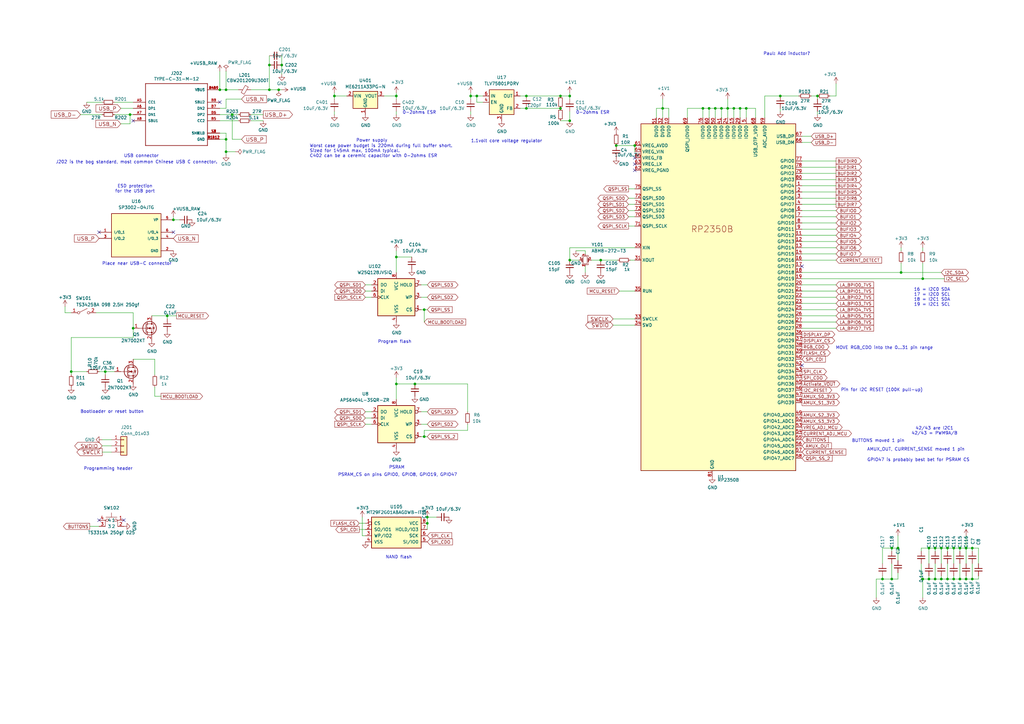
<source format=kicad_sch>
(kicad_sch (version 20250114) (generator "eeschema") (generator_version "9.0")
  (paper "A3")
  (text "42/43 are I2C1\n42/43 = PWM9A/B" (at 383.286 176.784 0) (effects (font (size 1.27 1.27))))
  (text "PSRAM\n" (at 159.512 192.532 0) (effects (font (size 1.27 1.27)) (justify left bottom)))
  (text "GPIO47 is probably best bet for PSRAM CS\n" (at 376.682 188.722 0) (effects (font (size 1.27 1.27))))
  (text "USB connector" (at 50.8 64.77 0) (effects (font (size 1.27 1.27)) (justify left bottom)))
  (text "NAND flash\n" (at 163.576 228.6 0) (effects (font (size 1.27 1.27))))
  (text "Pin for I2C RESET (100K pull-up)\n" (at 361.696 160.02 0) (effects (font (size 1.27 1.27))))
  (text "Bootloader or reset button" (at 45.974 168.91 0) (effects (font (size 1.27 1.27))))
  (text "Place near USB-C connector" (at 56.134 108.204 0) (effects (font (size 1.27 1.27))))
  (text "16 = I2C0 SDA\n17 = I2C0 SCL\n18 = I2C1 SDA\n19 = I2C1 SCL" (at 382.27 121.92 0) (effects (font (size 1.27 1.27))))
  (text "Power supply" (at 146.05 58.42 0) (effects (font (size 1.27 1.27)) (justify left bottom)))
  (text "ESD protection\nfor the USB port" (at 55.372 77.47 0) (effects (font (size 1.27 1.27))))
  (text "AMUX_OUT, CURRENT_SENSE moved 1 pin" (at 375.666 184.404 0) (effects (font (size 1.27 1.27))))
  (text "MOVE RGB_CDO into the 0...31 pin range\n" (at 362.712 142.748 0) (effects (font (size 1.27 1.27))))
  (text "J202 is the bog standard, most common Chinese USB C connector." (at 22.86 67.31 0) (effects (font (size 1.27 1.27)) (justify left bottom)))
  (text "Program flash" (at 154.94 140.97 0) (effects (font (size 1.27 1.27)) (justify left bottom)))
  (text "Worst case power budget is 220mA during full buffer short.\nSized for 145mA max, 100mA typical.\nC402 can be a ceremic capacitor with 0-2ohms ESR" (at 127 64.77 0) (effects (font (size 1.27 1.27)) (justify left bottom)))
  (text "Paul: Add inductor?" (at 313.055 22.86 0) (effects (font (size 1.27 1.27)) (justify left bottom)))
  (text "1.1volt core voltage regulator" (at 207.772 57.912 0) (effects (font (size 1.27 1.27))))
  (text "PSRAM_CS on pins GPIO0, GPIO8, GPIO19, GPIO47" (at 163.068 194.818 0) (effects (font (size 1.27 1.27))))
  (text "Programming header" (at 34.29 193.04 0) (effects (font (size 1.27 1.27)) (justify left bottom)))
  (text "0-2ohms ESR\n" (at 165.1 46.99 0) (effects (font (size 1.27 1.27)) (justify left bottom)))
  (text "0-2ohms ESR\n" (at 236.22 46.99 0) (effects (font (size 1.27 1.27)) (justify left bottom)))
  (text "BUTTONS moved 1 pin\n" (at 360.172 180.848 0) (effects (font (size 1.27 1.27))))
  (junction (at 369.57 111.76))
  (junction (at 173.99 127))
  (junction (at 368.3 224.79))
  (junction (at 290.83 44.45))
  (junction (at 229.87 44.45))
  (junction (at 393.7 224.79))
  (junction (at 175.26 212.09))
  (junction (at 29.21 152.4))
  (junction (at 378.46 237.49))
  (junction (at 252.73 59.69))
  (junction (at 271.78 44.45))
  (junction (at 233.68 106.68))
  (junction (at 396.24 237.49))
  (junction (at 293.37 44.45))
  (junction (at 381 237.49))
  (junction (at 215.9 44.45))
  (junction (at 173.99 179.07))
  (junction (at 246.38 106.68))
  (junction (at 193.04 39.37))
  (junction (at 115.57 26.67))
  (junction (at 288.29 44.45))
  (junction (at 260.35 59.69))
  (junction (at 383.54 237.49))
  (junction (at 43.18 152.4))
  (junction (at 162.56 157.48))
  (junction (at 396.24 224.79))
  (junction (at 393.7 237.49))
  (junction (at 398.78 224.79))
  (junction (at 110.49 26.67))
  (junction (at 335.28 39.37))
  (junction (at 229.87 39.37))
  (junction (at 233.68 39.37))
  (junction (at 95.25 46.99))
  (junction (at 195.58 39.37))
  (junction (at 170.18 157.48))
  (junction (at 361.95 237.49))
  (junction (at 398.78 237.49))
  (junction (at 110.49 36.83))
  (junction (at 137.16 39.37))
  (junction (at 378.46 114.3))
  (junction (at 391.16 237.49))
  (junction (at 298.45 44.45))
  (junction (at 68.58 129.54))
  (junction (at 388.62 237.49))
  (junction (at 320.04 39.37))
  (junction (at 215.9 39.37))
  (junction (at 114.3 36.83))
  (junction (at 162.56 105.41))
  (junction (at 71.12 90.17))
  (junction (at 381 224.79))
  (junction (at 386.08 237.49))
  (junction (at 90.17 36.83))
  (junction (at 295.91 44.45))
  (junction (at 53.34 46.99))
  (junction (at 391.16 224.79))
  (junction (at 162.56 39.37))
  (junction (at 365.76 237.49))
  (junction (at 365.76 224.79))
  (junction (at 92.71 36.83))
  (junction (at 306.07 44.45))
  (junction (at 233.68 49.53))
  (junction (at 175.26 214.63))
  (junction (at 303.53 44.45))
  (junction (at 388.62 224.79))
  (junction (at 92.71 57.15))
  (junction (at 386.08 224.79))
  (junction (at 92.71 62.23))
  (junction (at 300.99 44.45))
  (junction (at 383.54 224.79))
  (junction (at 54.61 134.62))
  (no_connect (at 90.17 41.91))
  (no_connect (at 260.35 67.31))
  (no_connect (at 260.35 69.85))
  (no_connect (at 328.93 109.22))
  (no_connect (at 260.35 64.77))
  (no_connect (at 54.61 49.53))
  (no_connect (at 328.93 149.86))
  (no_connect (at 40.64 213.36))
  (no_connect (at 50.8 213.36))
  (no_connect (at 40.64 95.25))
  (no_connect (at 71.12 95.25))
  (wire (pts (xy 328.93 83.82) (xy 342.9 83.82)))
  (wire (pts (xy 303.53 44.45) (xy 306.07 44.45)))
  (wire (pts (xy 213.36 44.45) (xy 215.9 44.45)))
  (wire (pts (xy 386.08 237.49) (xy 383.54 237.49)))
  (wire (pts (xy 29.21 153.67) (xy 29.21 152.4)))
  (wire (pts (xy 92.71 29.21) (xy 92.71 36.83)))
  (wire (pts (xy 29.21 152.4) (xy 35.56 152.4)))
  (wire (pts (xy 260.35 83.82) (xy 257.81 83.82)))
  (wire (pts (xy 95.25 57.15) (xy 99.06 57.15)))
  (wire (pts (xy 40.64 152.4) (xy 43.18 152.4)))
  (wire (pts (xy 401.32 224.79) (xy 398.78 224.79)))
  (wire (pts (xy 29.21 128.27) (xy 26.67 128.27)))
  (wire (pts (xy 260.35 88.9) (xy 257.81 88.9)))
  (wire (pts (xy 313.69 39.37) (xy 313.69 48.26)))
  (wire (pts (xy 298.45 44.45) (xy 298.45 48.26)))
  (wire (pts (xy 251.46 133.35) (xy 260.35 133.35)))
  (wire (pts (xy 68.58 130.81) (xy 68.58 129.54)))
  (wire (pts (xy 41.91 185.42) (xy 45.72 185.42)))
  (wire (pts (xy 386.08 231.14) (xy 386.08 224.79)))
  (wire (pts (xy 90.17 57.15) (xy 92.71 57.15)))
  (wire (pts (xy 377.825 237.49) (xy 378.46 237.49)))
  (wire (pts (xy 233.68 39.37) (xy 233.68 40.64)))
  (wire (pts (xy 102.87 49.53) (xy 107.95 49.53)))
  (wire (pts (xy 320.04 45.72) (xy 320.04 44.45)))
  (wire (pts (xy 381 237.49) (xy 378.46 237.49)))
  (wire (pts (xy 92.71 62.23) (xy 92.71 63.5)))
  (wire (pts (xy 115.57 26.67) (xy 115.57 30.48)))
  (wire (pts (xy 260.35 130.81) (xy 251.46 130.81)))
  (wire (pts (xy 233.68 38.1) (xy 233.68 39.37)))
  (wire (pts (xy 369.57 111.76) (xy 386.08 111.76)))
  (wire (pts (xy 54.61 41.91) (xy 46.99 41.91)))
  (wire (pts (xy 173.99 127) (xy 172.72 127)))
  (wire (pts (xy 195.58 39.37) (xy 195.58 41.91)))
  (wire (pts (xy 215.9 44.45) (xy 229.87 44.45)))
  (wire (pts (xy 328.93 104.14) (xy 342.9 104.14)))
  (wire (pts (xy 396.24 237.49) (xy 398.78 237.49)))
  (wire (pts (xy 162.56 105.41) (xy 162.56 102.87)))
  (wire (pts (xy 92.71 54.61) (xy 92.71 57.15)))
  (wire (pts (xy 152.4 171.45) (xy 149.86 171.45)))
  (wire (pts (xy 253.365 106.68) (xy 246.38 106.68)))
  (wire (pts (xy 26.67 128.27) (xy 26.67 125.73)))
  (wire (pts (xy 162.56 163.83) (xy 162.56 157.48)))
  (wire (pts (xy 377.825 224.79) (xy 377.825 226.06)))
  (wire (pts (xy 378.46 101.6) (xy 378.46 102.87)))
  (wire (pts (xy 54.61 44.45) (xy 49.53 44.45)))
  (wire (pts (xy 342.9 66.04) (xy 328.93 66.04)))
  (wire (pts (xy 193.04 45.72) (xy 193.04 46.99)))
  (wire (pts (xy 36.83 215.9) (xy 40.64 215.9)))
  (wire (pts (xy 300.99 44.45) (xy 303.53 44.45)))
  (wire (pts (xy 99.06 40.64) (xy 92.71 40.64)))
  (wire (pts (xy 162.56 39.37) (xy 162.56 40.64)))
  (wire (pts (xy 381 224.79) (xy 377.825 224.79)))
  (wire (pts (xy 175.26 127) (xy 173.99 127)))
  (wire (pts (xy 29.21 138.43) (xy 54.61 138.43)))
  (wire (pts (xy 175.26 214.63) (xy 175.26 217.17)))
  (wire (pts (xy 388.62 231.14) (xy 388.62 237.49)))
  (wire (pts (xy 271.78 40.64) (xy 271.78 44.45)))
  (wire (pts (xy 328.93 73.66) (xy 342.9 73.66)))
  (wire (pts (xy 398.78 231.14) (xy 398.78 237.49)))
  (wire (pts (xy 300.99 44.45) (xy 300.99 48.26)))
  (wire (pts (xy 175.26 168.91) (xy 172.72 168.91)))
  (wire (pts (xy 137.16 38.1) (xy 137.16 39.37)))
  (wire (pts (xy 342.9 132.08) (xy 328.93 132.08)))
  (wire (pts (xy 393.7 226.06) (xy 393.7 224.79)))
  (wire (pts (xy 152.4 119.38) (xy 149.86 119.38)))
  (wire (pts (xy 96.52 62.23) (xy 92.71 62.23)))
  (wire (pts (xy 260.35 59.69) (xy 260.35 62.23)))
  (wire (pts (xy 41.91 41.91) (xy 35.56 41.91)))
  (wire (pts (xy 43.18 152.4) (xy 43.18 153.67)))
  (wire (pts (xy 29.21 152.4) (xy 29.21 138.43)))
  (wire (pts (xy 368.3 219.71) (xy 368.3 224.79)))
  (wire (pts (xy 152.4 173.99) (xy 149.86 173.99)))
  (wire (pts (xy 328.93 68.58) (xy 342.9 68.58)))
  (wire (pts (xy 237.49 106.68) (xy 233.68 106.68)))
  (wire (pts (xy 393.7 224.79) (xy 391.16 224.79)))
  (wire (pts (xy 388.62 237.49) (xy 386.08 237.49)))
  (wire (pts (xy 39.37 128.27) (xy 54.61 128.27)))
  (wire (pts (xy 342.9 129.54) (xy 328.93 129.54)))
  (wire (pts (xy 396.24 224.79) (xy 396.24 219.71)))
  (wire (pts (xy 260.35 86.36) (xy 257.81 86.36)))
  (wire (pts (xy 149.86 219.71) (xy 148.59 219.71)))
  (wire (pts (xy 162.56 38.1) (xy 162.56 39.37)))
  (wire (pts (xy 335.28 39.37) (xy 332.74 39.37)))
  (wire (pts (xy 332.74 55.88) (xy 328.93 55.88)))
  (wire (pts (xy 398.78 226.06) (xy 398.78 224.79)))
  (wire (pts (xy 361.95 224.79) (xy 365.76 224.79)))
  (wire (pts (xy 309.88 44.45) (xy 309.88 48.26)))
  (wire (pts (xy 41.91 182.88) (xy 45.72 182.88)))
  (wire (pts (xy 92.71 44.45) (xy 90.17 44.45)))
  (wire (pts (xy 173.99 176.53) (xy 191.77 176.53)))
  (wire (pts (xy 328.93 101.6) (xy 342.9 101.6)))
  (wire (pts (xy 92.71 40.64) (xy 92.71 44.45)))
  (wire (pts (xy 342.9 127) (xy 328.93 127)))
  (wire (pts (xy 298.45 44.45) (xy 300.99 44.45)))
  (wire (pts (xy 381 236.22) (xy 381 237.49)))
  (wire (pts (xy 173.99 179.07) (xy 173.99 176.53)))
  (wire (pts (xy 92.71 36.83) (xy 97.79 36.83)))
  (wire (pts (xy 260.35 101.6) (xy 233.68 101.6)))
  (wire (pts (xy 175.26 212.09) (xy 175.26 214.63)))
  (wire (pts (xy 162.56 111.76) (xy 162.56 105.41)))
  (wire (pts (xy 115.57 22.86) (xy 115.57 26.67)))
  (wire (pts (xy 383.54 237.49) (xy 381 237.49)))
  (wire (pts (xy 332.74 58.42) (xy 328.93 58.42)))
  (wire (pts (xy 162.56 157.48) (xy 170.18 157.48)))
  (wire (pts (xy 110.49 36.83) (xy 114.3 36.83)))
  (wire (pts (xy 335.28 45.72) (xy 335.28 46.99)))
  (wire (pts (xy 342.9 39.37) (xy 342.9 34.29)))
  (wire (pts (xy 342.9 134.62) (xy 328.93 134.62)))
  (wire (pts (xy 388.62 224.79) (xy 386.08 224.79)))
  (wire (pts (xy 90.17 54.61) (xy 92.71 54.61)))
  (wire (pts (xy 90.17 29.21) (xy 90.17 36.83)))
  (wire (pts (xy 383.54 224.79) (xy 381 224.79)))
  (wire (pts (xy 110.49 26.67) (xy 110.49 36.83)))
  (wire (pts (xy 368.3 224.79) (xy 368.3 229.87)))
  (wire (pts (xy 401.32 231.14) (xy 401.32 224.79)))
  (wire (pts (xy 54.61 128.27) (xy 54.61 134.62)))
  (wire (pts (xy 361.95 231.14) (xy 361.95 224.79)))
  (wire (pts (xy 342.9 81.28) (xy 328.93 81.28)))
  (wire (pts (xy 260.35 59.69) (xy 252.73 59.69)))
  (wire (pts (xy 191.77 157.48) (xy 170.18 157.48)))
  (wire (pts (xy 71.12 88.9) (xy 71.12 90.17)))
  (wire (pts (xy 97.79 46.99) (xy 95.25 46.99)))
  (wire (pts (xy 175.26 173.99) (xy 172.72 173.99)))
  (wire (pts (xy 378.46 114.3) (xy 387.35 114.3)))
  (wire (pts (xy 260.35 77.47) (xy 257.81 77.47)))
  (wire (pts (xy 229.87 39.37) (xy 233.68 39.37)))
  (wire (pts (xy 110.49 22.86) (xy 110.49 26.67)))
  (wire (pts (xy 398.78 224.79) (xy 396.24 224.79)))
  (wire (pts (xy 328.93 99.06) (xy 342.9 99.06)))
  (wire (pts (xy 365.76 237.49) (xy 368.3 237.49)))
  (wire (pts (xy 62.23 129.54) (xy 68.58 129.54)))
  (wire (pts (xy 328.93 106.68) (xy 342.9 106.68)))
  (wire (pts (xy 369.57 107.95) (xy 369.57 111.76)))
  (wire (pts (xy 383.54 231.14) (xy 383.54 237.49)))
  (wire (pts (xy 381 231.14) (xy 381 224.79)))
  (wire (pts (xy 391.16 236.22) (xy 391.16 237.49)))
  (wire (pts (xy 179.07 212.09) (xy 175.26 212.09)))
  (wire (pts (xy 193.04 40.64) (xy 193.04 39.37)))
  (wire (pts (xy 137.16 45.72) (xy 137.16 46.99)))
  (wire (pts (xy 68.58 129.54) (xy 72.39 129.54)))
  (wire (pts (xy 41.91 180.34) (xy 45.72 180.34)))
  (wire (pts (xy 396.24 236.22) (xy 396.24 237.49)))
  (wire (pts (xy 328.93 96.52) (xy 342.9 96.52)))
  (wire (pts (xy 102.87 36.83) (xy 110.49 36.83)))
  (wire (pts (xy 342.9 116.84) (xy 328.93 116.84)))
  (wire (pts (xy 369.57 102.87) (xy 369.57 101.6)))
  (wire (pts (xy 386.08 224.79) (xy 383.54 224.79)))
  (wire (pts (xy 281.94 44.45) (xy 288.29 44.45)))
  (wire (pts (xy 54.61 46.99) (xy 53.34 46.99)))
  (wire (pts (xy 195.58 41.91) (xy 198.12 41.91)))
  (wire (pts (xy 281.94 48.26) (xy 281.94 44.45)))
  (wire (pts (xy 396.24 237.49) (xy 393.7 237.49)))
  (wire (pts (xy 298.45 40.64) (xy 298.45 44.45)))
  (wire (pts (xy 342.9 119.38) (xy 328.93 119.38)))
  (wire (pts (xy 213.36 39.37) (xy 215.9 39.37)))
  (wire (pts (xy 254 119.38) (xy 260.35 119.38)))
  (wire (pts (xy 342.9 71.12) (xy 328.93 71.12)))
  (wire (pts (xy 152.4 116.84) (xy 149.86 116.84)))
  (wire (pts (xy 102.87 46.99) (xy 107.95 46.99)))
  (wire (pts (xy 215.9 39.37) (xy 229.87 39.37)))
  (wire (pts (xy 383.54 226.06) (xy 383.54 224.79)))
  (wire (pts (xy 313.69 39.37) (xy 320.04 39.37)))
  (wire (pts (xy 342.9 121.92) (xy 328.93 121.92)))
  (wire (pts (xy 393.7 237.49) (xy 391.16 237.49)))
  (wire (pts (xy 295.91 44.45) (xy 295.91 48.26)))
  (wire (pts (xy 90.17 46.99) (xy 95.25 46.99)))
  (wire (pts (xy 195.58 39.37) (xy 198.12 39.37)))
  (wire (pts (xy 328.93 88.9) (xy 342.9 88.9)))
  (wire (pts (xy 274.32 44.45) (xy 274.32 48.26)))
  (wire (pts (xy 195.58 39.37) (xy 193.04 39.37)))
  (wire (pts (xy 340.36 39.37) (xy 342.9 39.37)))
  (wire (pts (xy 260.35 81.28) (xy 257.81 81.28)))
  (wire (pts (xy 229.87 49.53) (xy 233.68 49.53)))
  (wire (pts (xy 365.76 231.14) (xy 365.76 237.49)))
  (wire (pts (xy 359.41 237.49) (xy 359.41 245.11)))
  (wire (pts (xy 378.46 107.95) (xy 378.46 114.3)))
  (wire (pts (xy 63.5 162.56) (xy 66.04 162.56)))
  (wire (pts (xy 162.56 105.41) (xy 168.91 105.41)))
  (wire (pts (xy 53.34 50.8) (xy 53.34 46.99)))
  (wire (pts (xy 53.34 46.99) (xy 46.99 46.99)))
  (wire (pts (xy 149.86 214.63) (xy 147.32 214.63)))
  (wire (pts (xy 271.78 44.45) (xy 274.32 44.45)))
  (wire (pts (xy 152.4 168.91) (xy 149.86 168.91)))
  (wire (pts (xy 73.66 90.17) (xy 71.12 90.17)))
  (wire (pts (xy 342.9 124.46) (xy 328.93 124.46)))
  (wire (pts (xy 391.16 237.49) (xy 388.62 237.49)))
  (wire (pts (xy 393.7 231.14) (xy 393.7 237.49)))
  (wire (pts (xy 342.9 86.36) (xy 328.93 86.36)))
  (wire (pts (xy 335.28 40.64) (xy 335.28 39.37)))
  (wire (pts (xy 328.93 114.3) (xy 378.46 114.3)))
  (wire (pts (xy 260.35 92.71) (xy 257.81 92.71)))
  (wire (pts (xy 386.08 236.22) (xy 386.08 237.49)))
  (wire (pts (xy 396.24 231.14) (xy 396.24 224.79)))
  (wire (pts (xy 328.93 111.76) (xy 369.57 111.76)))
  (wire (pts (xy 240.03 109.22) (xy 240.03 111.76)))
  (wire (pts (xy 365.76 224.79) (xy 365.76 226.06)))
  (wire (pts (xy 377.825 231.14) (xy 377.825 237.49)))
  (wire (pts (xy 41.91 46.99) (xy 33.02 46.99)))
  (wire (pts (xy 191.77 176.53) (xy 191.77 173.99)))
  (wire (pts (xy 191.77 168.91) (xy 191.77 157.48)))
  (wire (pts (xy 175.26 179.07) (xy 173.99 179.07)))
  (wire (pts (xy 293.37 44.45) (xy 295.91 44.45)))
  (wire (pts (xy 293.37 44.45) (xy 293.37 48.26)))
  (wire (pts (xy 137.16 40.64) (xy 137.16 39.37)))
  (wire (pts (xy 147.32 217.17) (xy 149.86 217.17)))
  (wire (pts (xy 361.95 236.22) (xy 361.95 237.49)))
  (wire (pts (xy 401.32 237.49) (xy 401.32 236.22)))
  (wire (pts (xy 391.16 224.79) (xy 388.62 224.79)))
  (wire (pts (xy 240.03 102.87) (xy 240.03 104.14)))
  (wire (pts (xy 43.18 152.4) (xy 46.99 152.4)))
  (wire (pts (xy 95.25 46.99) (xy 95.25 57.15)))
  (wire (pts (xy 391.16 231.14) (xy 391.16 224.79)))
  (wire (pts (xy 90.17 36.83) (xy 92.71 36.83)))
  (wire (pts (xy 303.53 48.26) (xy 303.53 44.45)))
  (wire (pts (xy 288.29 44.45) (xy 288.29 48.26)))
  (wire (pts (xy 342.9 76.2) (xy 328.93 76.2)))
  (wire (pts (xy 290.83 44.45) (xy 293.37 44.45)))
  (wire (pts (xy 175.26 116.84) (xy 172.72 116.84)))
  (wire (pts (xy 90.17 49.53) (xy 97.79 49.53)))
  (wire (pts (xy 193.04 38.1) (xy 193.04 39.37)))
  (wire (pts (xy 63.5 153.67) (xy 63.5 147.32)))
  (wire (pts (xy 328.93 78.74) (xy 342.9 78.74)))
  (wire (pts (xy 306.07 44.45) (xy 306.07 48.26)))
  (wire (pts (xy 54.61 134.62) (xy 54.61 138.43)))
  (wire (pts (xy 393.7 224.79) (xy 396.24 224.79)))
  (wire (pts (xy 233.68 101.6) (xy 233.68 106.68)))
  (wire (pts (xy 271.78 44.45) (xy 269.24 44.45)))
  (wire (pts (xy 368.3 234.95) (xy 368.3 237.49)))
  (wire (pts (xy 290.83 44.45) (xy 290.83 48.26)))
  (wire (pts (xy 162.56 157.48) (xy 162.56 154.94)))
  (wire (pts (xy 306.07 44.45) (xy 309.88 44.45)))
  (wire (pts (xy 361.95 237.49) (xy 365.76 237.49)))
  (wire (pts (xy 398.78 237.49) (xy 401.32 237.49)))
  (wire (pts (xy 175.26 121.92) (xy 172.72 121.92)))
  (wire (pts (xy 63.5 147.32) (xy 54.61 147.32)))
  (wire (pts (xy 173.99 127) (xy 173.99 132.08)))
  (wire (pts (xy 260.35 106.68) (xy 258.445 106.68)))
  (wire (pts (xy 236.22 102.87) (xy 240.03 102.87)))
  (wire (pts (xy 359.41 237.49) (xy 361.95 237.49)))
  (wire (pts (xy 92.71 57.15) (xy 92.71 62.23)))
  (wire (pts (xy 327.66 39.37) (xy 320.04 39.37)))
  (wire (pts (xy 388.62 226.06) (xy 388.62 224.79)))
  (wire (pts (xy 114.3 36.83) (xy 115.57 36.83)))
  (wire (pts (xy 269.24 44.45) (xy 269.24 48.26)))
  (wire (pts (xy 233.68 45.72) (xy 233.68 49.53)))
  (wire (pts (xy 295.91 44.45) (xy 298.45 44.45)))
  (wire (pts (xy 242.57 106.68) (xy 246.38 106.68)))
  (wire (pts (xy 288.29 44.45) (xy 290.83 44.45)))
  (wire (pts (xy 152.4 121.92) (xy 149.86 121.92)))
  (wire (pts (xy 342.9 91.44) (xy 328.93 91.44)))
  (wire (pts (xy 368.3 224.79) (xy 365.76 224.79)))
  (wire (pts (xy 157.48 39.37) (xy 162.56 39.37)))
  (wire (pts (xy 173.99 179.07) (xy 172.72 179.07)))
  (wire (pts (xy 162.56 45.72) (xy 162.56 46.99)))
  (wire (pts (xy 63.5 158.75) (xy 63.5 162.56)))
  (wire (pts (xy 49.53 50.8) (xy 53.34 50.8)))
  (wire (pts (xy 148.59 219.71) (xy 148.59 212.09)))
  (wire (pts (xy 142.24 39.37) (xy 137.16 39.37)))
  (wire (pts (xy 328.93 93.98) (xy 342.9 93.98)))
  (wire (pts (xy 271.78 44.45) (xy 271.78 48.26)))
  (wire (pts (xy 378.46 237.49) (xy 378.46 245.11)))
  (global_label "BUFIO3" (shape bidirectional) (at 342.9 93.98 0) (property "Intersheetrefs" "${INTERSHEET_REFS}" (effects (hide yes))))
  (global_label "BUFDIR3" (shape output) (at 342.9 73.66 0) (property "Intersheetrefs" "${INTERSHEET_REFS}" (effects (hide yes))))
  (global_label "BUFIO1" (shape bidirectional) (at 342.9 88.9 0) (property "Intersheetrefs" "${INTERSHEET_REFS}" (effects (hide yes))))
  (global_label "LA_BPIO4_TVS" (shape input) (at 342.9 127 0) (property "Intersheetrefs" "${INTERSHEET_REFS}" (effects (hide yes))))
  (global_label "QSPI_SD3" (shape bidirectional) (at 257.81 88.9 180) (property "Intersheetrefs" "${INTERSHEET_REFS}" (effects (hide yes))))
  (global_label "SWDIO" (shape bidirectional) (at 251.46 133.35 180) (effects (font (size 1.524 1.524))) (property "Intersheetrefs" "${INTERSHEET_REFS}" (effects (hide yes))))
  (global_label "QSPI_SCLK" (shape input) (at 149.86 121.92 180) (property "Intersheetrefs" "${INTERSHEET_REFS}" (effects (hide yes))))
  (global_label "SPI_CDO" (shape input) (at 175.26 222.25 0) (property "Intersheetrefs" "${INTERSHEET_REFS}" (effects (hide yes))))
  (global_label "QSPI_SS" (shape input) (at 175.26 127 0) (property "Intersheetrefs" "${INTERSHEET_REFS}" (effects (hide yes))))
  (global_label "AMUX_S1_3V3" (shape output) (at 328.93 165.1 0) (property "Intersheetrefs" "${INTERSHEET_REFS}" (effects (hide yes))))
  (global_label "SPI_CDI" (shape output) (at 147.32 217.17 180) (property "Intersheetrefs" "${INTERSHEET_REFS}" (effects (hide yes))))
  (global_label "FLASH_CS" (shape input) (at 147.32 214.63 180) (property "Intersheetrefs" "${INTERSHEET_REFS}" (effects (hide yes))))
  (global_label "RGB_CDO" (shape output) (at 328.93 142.24 0) (property "Intersheetrefs" "${INTERSHEET_REFS}" (effects (hide yes))))
  (global_label "I2C_SDA" (shape bidirectional) (at 386.08 111.76 0) (property "Intersheetrefs" "${INTERSHEET_REFS}" (effects (hide yes))))
  (global_label "AMUX_S0_3V3" (shape output) (at 328.93 162.56 0) (property "Intersheetrefs" "${INTERSHEET_REFS}" (effects (hide yes))))
  (global_label "MCU_RESET" (shape input) (at 254 119.38 180) (property "Intersheetrefs" "${INTERSHEET_REFS}" (effects (hide yes))))
  (global_label "USB_N" (shape input) (at 49.53 50.8 180) (effects (font (size 1.524 1.524))) (property "Intersheetrefs" "${INTERSHEET_REFS}" (effects (hide yes))))
  (global_label "USB_P" (shape input) (at 49.53 44.45 180) (effects (font (size 1.524 1.524))) (property "Intersheetrefs" "${INTERSHEET_REFS}" (effects (hide yes))))
  (global_label "LA_BPIO6_TVS" (shape input) (at 342.9 132.08 0) (property "Intersheetrefs" "${INTERSHEET_REFS}" (effects (hide yes))))
  (global_label "SWCLK" (shape output) (at 41.91 185.42 180) (effects (font (size 1.524 1.524))) (property "Intersheetrefs" "${INTERSHEET_REFS}" (effects (hide yes))))
  (global_label "QSPI_SD1" (shape bidirectional) (at 149.86 168.91 180) (property "Intersheetrefs" "${INTERSHEET_REFS}" (effects (hide yes))))
  (global_label "CURRENT_SENSE" (shape input) (at 328.93 185.42 0) (property "Intersheetrefs" "${INTERSHEET_REFS}" (effects (hide yes))))
  (global_label "QSPI_SS_2" (shape input) (at 175.26 179.07 0) (property "Intersheetrefs" "${INTERSHEET_REFS}" (effects (hide yes))))
  (global_label "QSPI_SCLK" (shape output) (at 257.81 92.71 180) (property "Intersheetrefs" "${INTERSHEET_REFS}" (effects (hide yes))))
  (global_label "BUTTONS" (shape input) (at 328.93 180.34 0) (property "Intersheetrefs" "${INTERSHEET_REFS}" (effects (hide yes))))
  (global_label "I2C_SCL" (shape output) (at 387.35 114.3 0) (property "Intersheetrefs" "${INTERSHEET_REFS}" (effects (hide yes))))
  (global_label "VREG_ADJ_MCU" (shape output) (at 328.93 175.26 0) (property "Intersheetrefs" "${INTERSHEET_REFS}" (effects (hide yes))))
  (global_label "BUFDIR1" (shape output) (at 342.9 68.58 0) (property "Intersheetrefs" "${INTERSHEET_REFS}" (effects (hide yes))))
  (global_label "BUFIO7" (shape bidirectional) (at 342.9 104.14 0) (property "Intersheetrefs" "${INTERSHEET_REFS}" (effects (hide yes))))
  (global_label "~{Activate_VOUT}" (shape output) (at 328.93 157.48 0) (property "Intersheetrefs" "${INTERSHEET_REFS}" (effects (hide yes))))
  (global_label "LA_BPIO3_TVS" (shape input) (at 342.9 124.46 0) (property "Intersheetrefs" "${INTERSHEET_REFS}" (effects (hide yes))))
  (global_label "LA_BPIO2_TVS" (shape input) (at 342.9 121.92 0) (property "Intersheetrefs" "${INTERSHEET_REFS}" (effects (hide yes))))
  (global_label "CURRENT_DETECT" (shape input) (at 342.9 106.68 0) (property "Intersheetrefs" "${INTERSHEET_REFS}" (effects (hide yes))))
  (global_label "CURRENT_ADJ_MCU" (shape output) (at 328.93 177.8 0) (property "Intersheetrefs" "${INTERSHEET_REFS}" (effects (hide yes))))
  (global_label "QSPI_SD2" (shape bidirectional) (at 175.26 173.99 0) (property "Intersheetrefs" "${INTERSHEET_REFS}" (effects (hide yes))))
  (global_label "QSPI_SD3" (shape bidirectional) (at 175.26 168.91 0) (property "Intersheetrefs" "${INTERSHEET_REFS}" (effects (hide yes))))
  (global_label "AMUX_OUT" (shape input) (at 328.93 182.88 0) (property "Intersheetrefs" "${INTERSHEET_REFS}" (effects (hide yes))))
  (global_label "QSPI_SD2" (shape bidirectional) (at 175.26 121.92 0) (property "Intersheetrefs" "${INTERSHEET_REFS}" (effects (hide yes))))
  (global_label "BUFDIR0" (shape output) (at 342.9 66.04 0) (property "Intersheetrefs" "${INTERSHEET_REFS}" (effects (hide yes))))
  (global_label "USB_N" (shape input) (at 71.12 97.79 0) (effects (font (size 1.524 1.524))) (property "Intersheetrefs" "${INTERSHEET_REFS}" (effects (hide yes))))
  (global_label "SPI_CLK" (shape output) (at 328.93 152.4 0) (property "Intersheetrefs" "${INTERSHEET_REFS}" (effects (hide yes))))
  (global_label "MCU_RESET" (shape output) (at 72.39 129.54 0) (property "Intersheetrefs" "${INTERSHEET_REFS}" (effects (hide yes))))
  (global_label "BUFIO6" (shape bidirectional) (at 342.9 101.6 0) (property "Intersheetrefs" "${INTERSHEET_REFS}" (effects (hide yes))))
  (global_label "BUTTONS" (shape output) (at 36.83 215.9 180) (property "Intersheetrefs" "${INTERSHEET_REFS}" (effects (hide yes))))
  (global_label "QSPI_SS" (shape output) (at 257.81 77.47 180) (property "Intersheetrefs" "${INTERSHEET_REFS}" (effects (hide yes))))
  (global_label "SPI_CDI" (shape input) (at 328.93 147.32 0) (property "Intersheetrefs" "${INTERSHEET_REFS}" (effects (hide yes))))
  (global_label "SWCLK" (shape input) (at 251.46 130.81 180) (effects (font (size 1.524 1.524))) (property "Intersheetrefs" "${INTERSHEET_REFS}" (effects (hide yes))))
  (global_label "QSPI_SD1" (shape bidirectional) (at 149.86 116.84 180) (property "Intersheetrefs" "${INTERSHEET_REFS}" (effects (hide yes))))
  (global_label "LA_BPIO1_TVS" (shape input) (at 342.9 119.38 0) (property "Intersheetrefs" "${INTERSHEET_REFS}" (effects (hide yes))))
  (global_label "QSPI_SD0" (shape bidirectional) (at 149.86 171.45 180) (property "Intersheetrefs" "${INTERSHEET_REFS}" (effects (hide yes))))
  (global_label "DISPLAY_CS" (shape output) (at 328.93 139.7 0) (property "Intersheetrefs" "${INTERSHEET_REFS}" (effects (hide yes))))
  (global_label "USB_D-" (shape input) (at 33.02 46.99 180) (effects (font (size 1.524 1.524))) (property "Intersheetrefs" "${INTERSHEET_REFS}" (effects (hide yes))))
  (global_label "QSPI_SD2" (shape bidirectional) (at 257.81 86.36 180) (property "Intersheetrefs" "${INTERSHEET_REFS}" (effects (hide yes))))
  (global_label "LA_BPIO0_TVS" (shape input) (at 342.9 116.84 0) (property "Intersheetrefs" "${INTERSHEET_REFS}" (effects (hide yes))))
  (global_label "USB_D+" (shape input) (at 332.74 55.88 0) (property "Intersheetrefs" "${INTERSHEET_REFS}" (effects (hide yes))))
  (global_label "BUFDIR2" (shape output) (at 342.9 71.12 0) (property "Intersheetrefs" "${INTERSHEET_REFS}" (effects (hide yes))))
  (global_label "SPI_CLK" (shape input) (at 175.26 219.71 0) (property "Intersheetrefs" "${INTERSHEET_REFS}" (effects (hide yes))))
  (global_label "DISPLAY_DP" (shape output) (at 328.93 137.16 0) (property "Intersheetrefs" "${INTERSHEET_REFS}" (effects (hide yes))))
  (global_label "USB_P" (shape input) (at 40.64 97.79 180) (effects (font (size 1.524 1.524))) (property "Intersheetrefs" "${INTERSHEET_REFS}" (effects (hide yes))))
  (global_label "QSPI_SD1" (shape bidirectional) (at 257.81 83.82 180) (property "Intersheetrefs" "${INTERSHEET_REFS}" (effects (hide yes))))
  (global_label "LA_BPIO7_TVS" (shape input) (at 342.9 134.62 0) (property "Intersheetrefs" "${INTERSHEET_REFS}" (effects (hide yes))))
  (global_label "BUFDIR6" (shape output) (at 342.9 81.28 0) (property "Intersheetrefs" "${INTERSHEET_REFS}" (effects (hide yes))))
  (global_label "I2C_RESET" (shape output) (at 328.93 160.02 0) (property "Intersheetrefs" "${INTERSHEET_REFS}" (effects (hide yes))))
  (global_label "QSPI_SD0" (shape bidirectional) (at 257.81 81.28 180) (property "Intersheetrefs" "${INTERSHEET_REFS}" (effects (hide yes))))
  (global_label "MCU_BOOTLOAD" (shape output) (at 66.04 162.56 0) (property "Intersheetrefs" "${INTERSHEET_REFS}" (effects (hide yes))))
  (global_label "USB_P" (shape input) (at 99.06 57.15 0) (effects (font (size 1.524 1.524))) (property "Intersheetrefs" "${INTERSHEET_REFS}" (effects (hide yes))))
  (global_label "QSPI_SS_2" (shape input) (at 328.93 187.96 0) (property "Intersheetrefs" "${INTERSHEET_REFS}" (effects (hide yes))))
  (global_label "MCU_BOOTLOAD" (shape input) (at 173.99 132.08 0) (property "Intersheetrefs" "${INTERSHEET_REFS}" (effects (hide yes))))
  (global_label "USB_N" (shape input) (at 99.06 40.64 0) (effects (font (size 1.524 1.524))) (property "Intersheetrefs" "${INTERSHEET_REFS}" (effects (hide yes))))
  (global_label "QSPI_SCLK" (shape input) (at 149.86 173.99 180) (property "Intersheetrefs" "${INTERSHEET_REFS}" (effects (hide yes))))
  (global_label "BUFIO4" (shape bidirectional) (at 342.9 96.52 0) (property "Intersheetrefs" "${INTERSHEET_REFS}" (effects (hide yes))))
  (global_label "QSPI_SD3" (shape bidirectional) (at 175.26 116.84 0) (property "Intersheetrefs" "${INTERSHEET_REFS}" (effects (hide yes))))
  (global_label "LA_BPIO5_TVS" (shape input) (at 342.9 129.54 0) (property "Intersheetrefs" "${INTERSHEET_REFS}" (effects (hide yes))))
  (global_label "BUFIO0" (shape bidirectional) (at 342.9 86.36 0) (property "Intersheetrefs" "${INTERSHEET_REFS}" (effects (hide yes))))
  (global_label "SWDIO" (shape bidirectional) (at 41.91 182.88 180) (effects (font (size 1.524 1.524))) (property "Intersheetrefs" "${INTERSHEET_REFS}" (effects (hide yes))))
  (global_label "BUFDIR4" (shape output) (at 342.9 76.2 0) (property "Intersheetrefs" "${INTERSHEET_REFS}" (effects (hide yes))))
  (global_label "BUFDIR5" (shape output) (at 342.9 78.74 0) (property "Intersheetrefs" "${INTERSHEET_REFS}" (effects (hide yes))))
  (global_label "BUFDIR7" (shape output) (at 342.9 83.82 0) (property "Intersheetrefs" "${INTERSHEET_REFS}" (effects (hide yes))))
  (global_label "USB_D+" (shape output) (at 107.95 46.99 0) (effects (font (size 1.524 1.524))) (property "Intersheetrefs" "${INTERSHEET_REFS}" (effects (hide yes))))
  (global_label "BUFIO5" (shape bidirectional) (at 342.9 99.06 0) (property "Intersheetrefs" "${INTERSHEET_REFS}" (effects (hide yes))))
  (global_label "BUFIO2" (shape bidirectional) (at 342.9 91.44 0) (property "Intersheetrefs" "${INTERSHEET_REFS}" (effects (hide yes))))
  (global_label "QSPI_SD0" (shape bidirectional) (at 149.86 119.38 180) (property "Intersheetrefs" "${INTERSHEET_REFS}" (effects (hide yes))))
  (global_label "SPI_CDO" (shape output) (at 328.93 154.94 0) (property "Intersheetrefs" "${INTERSHEET_REFS}" (effects (hide yes))))
  (global_label "USB_D-" (shape input) (at 332.74 58.42 0) (property "Intersheetrefs" "${INTERSHEET_REFS}" (effects (hide yes))))
  (global_label "FLASH_CS" (shape output) (at 328.93 144.78 0) (property "Intersheetrefs" "${INTERSHEET_REFS}" (effects (hide yes))))
  (global_label "AMUX_S3_3V3" (shape output) (at 328.93 172.72 0) (property "Intersheetrefs" "${INTERSHEET_REFS}" (effects (hide yes))))
  (global_label "AMUX_S2_3V3" (shape output) (at 328.93 170.18 0) (property "Intersheetrefs" "${INTERSHEET_REFS}" (effects (hide yes))))
  (symbol (lib_id "Device:C_Small") (at 137.16 43.18 0) (unit 1)
    (property "Reference" "C401" (at 134.62 41.91 0) (effects (justify right)))
    (property "Value" "10uF/6.3V" (at 134.62 44.45 0) (effects (justify right)))
    (property "Footprint" "Capacitor_SMD:C_0402_1005Metric" (effects (hide yes)))
    (property "Description" "CL05A106MQ5NUNC" (effects (hide yes)))
    (property "RMB" "0.037726" (effects (hide yes)))
    (property "Supplier" "https://item.szlcsc.com/1877.html" (effects (hide yes)))
    (property "MANUFACTURER" "Samsung" (effects (hide yes)))
    (property "szlcsc_partnumber" "C15525" (effects (hide yes)))
    (property "szlcsc_url" "https://item.szlcsc.com/16204.html?fromZone=s_s__%2522CL05A106MQ5NUNC%2522&spm=sc.gb.xh1.zy.n___sc.gb.hd.ss&lcsc_vid=RlENUlJWE1QKBlBWRAVaUFNTT1leBQZXRFNcVAVQQVAxVlNSRFRfXlxWQ1hXUDsOAxUeFF5JWAgaAglIBBsCBBcFWQIBCks%3D" (effects (hide yes)))
  )
  (symbol (lib_id "Device:C_Small") (at 162.56 43.18 0) (unit 1)
    (property "Reference" "C402" (at 164.8968 42.0116 0) (effects (justify left)))
    (property "Value" "10uF/6.3V" (at 164.8968 44.323 0) (effects (justify left)))
    (property "Footprint" "Capacitor_SMD:C_0402_1005Metric" (effects (hide yes)))
    (property "Description" "CL05A106MQ5NUNC" (effects (hide yes)))
    (property "RMB" "0.043101" (effects (hide yes)))
    (property "Supplier" "https://item.szlcsc.com/108589.html" (effects (hide yes)))
    (property "MANUFACTURER" "Samsung" (effects (hide yes)))
    (property "szlcsc_partnumber" "C15525" (effects (hide yes)))
    (property "szlcsc_url" "https://item.szlcsc.com/16204.html?fromZone=s_s__%2522CL05A106MQ5NUNC%2522&spm=sc.gb.xh1.zy.n___sc.gb.hd.ss&lcsc_vid=RlENUlJWE1QKBlBWRAVaUFNTT1leBQZXRFNcVAVQQVAxVlNSRFRfXlxWQ1hXUDsOAxUeFF5JWAgaAglIBBsCBBcFWQIBCks%3D" (effects (hide yes)))
  )
  (symbol (lib_id "power:GND") (at 149.86 46.99 0) (unit 1)
    (property "Reference" "#PWR0403" (effects (hide yes)))
    (property "Value" "GND" (at 149.987 51.3842 0))
  )
  (symbol (lib_id "power:GND") (at 137.16 46.99 0) (unit 1)
    (property "Reference" "#PWR0402" (effects (hide yes)))
    (property "Value" "GND" (at 137.287 51.3842 0))
  )
  (symbol (lib_id "power:GND") (at 162.56 46.99 0) (unit 1)
    (property "Reference" "#PWR0405" (effects (hide yes)))
    (property "Value" "GND" (at 162.687 51.3842 0))
  )
  (symbol (lib_id "power:+3V3") (at 162.56 38.1 0) (unit 1)
    (property "Reference" "#PWR0404" (effects (hide yes)))
    (property "Value" "+3V3" (at 162.941 33.7058 0))
  )
  (symbol (lib_id "kicad5-device:Ferrite_Bead_Small") (at 100.33 36.83 270) (unit 1)
    (property "Reference" "L201" (at 100.33 30.8102 90))
    (property "Value" "CBW201209U300T" (at 101.6 33.02 90))
    (property "Footprint" "Inductor_SMD:L_0805_2012Metric" (effects (hide yes)))
    (property "RMB" "0.175802	0.175802" (effects (hide yes)))
    (property "Supplier" "https://item.szlcsc.com/263551.html" (effects (hide yes)))
    (property "szlcsc_partnumber" "C139190" (effects (hide yes)))
    (property "szlcsc_url" "https://item.szlcsc.com/150511.html?fromZone=s_s__%2522CBW201209U300T%2522&spm=sc.gb.xh1.zy.n&lcsc_vid=RlENUlJWE1QKBlBWRAVaUFNTT1leBQZXRFNcVAVQQVAxVlNSRFRfXlxWQ1hXUDsOAxUeFF5JWAgaAglIBBsCBBcFWQIBCks%3D" (effects (hide yes)))
  )
  (symbol (lib_id "power:GND") (at 115.57 30.48 0) (unit 1)
    (property "Reference" "#PWR0205" (effects (hide yes)))
    (property "Value" "GND" (at 115.57 34.29 0))
  )
  (symbol (lib_id "Device:R_Small") (at 44.45 41.91 90) (mirror x) (unit 1)
    (property "Reference" "R201" (at 49.53 40.64 90))
    (property "Value" "5.1k" (at 40.64 40.64 90))
    (property "Footprint" "Resistor_SMD:R_0402_1005Metric" (effects (hide yes)))
    (property "Description" "Resistor" (effects (hide yes)))
    (property "RMB" "0.0065" (effects (hide yes)))
    (property "Supplier" "https://item.szlcsc.com/107087.html" (effects (hide yes)))
    (property "szlcsc_partnumber" "C25905" (effects (hide yes)))
    (property "szlcsc_url" "https://item.szlcsc.com/26648.html?fromZone=s_s__%25225.1K%25200402%2522&spm=sc.gb.xh1.zy.n___sc.gb.hd.ss&lcsc_vid=RlENUlJWE1QKBlBWRAVaUFNTT1leBQZXRFNcVAVQQVAxVlNSRFRcV1ZTQFNZVDsOAxUeFF5JWAgaAglIBBsCBBcFWQIBCks%3D" (effects (hide yes)))
  )
  (symbol (lib_id "Device:R_Small") (at 100.33 49.53 270) (unit 1)
    (property "Reference" "R204" (at 95.25 48.26 90))
    (property "Value" "5.1k" (at 104.14 48.26 90))
    (property "Footprint" "Resistor_SMD:R_0402_1005Metric" (effects (hide yes)))
    (property "Description" "Resistor" (effects (hide yes)))
    (property "RMB" "0.0065" (effects (hide yes)))
    (property "Supplier" "https://item.szlcsc.com/107087.html" (effects (hide yes)))
    (property "szlcsc_partnumber" "C25905" (effects (hide yes)))
    (property "szlcsc_url" "https://item.szlcsc.com/26648.html?fromZone=s_s__%25225.1K%25200402%2522&spm=sc.gb.xh1.zy.n___sc.gb.hd.ss&lcsc_vid=RlENUlJWE1QKBlBWRAVaUFNTT1leBQZXRFNcVAVQQVAxVlNSRFRcV1ZTQFNZVDsOAxUeFF5JWAgaAglIBBsCBBcFWQIBCks%3D" (effects (hide yes)))
  )
  (symbol (lib_id "power:GND") (at 107.95 49.53 0) (unit 1)
    (property "Reference" "#PWR0204" (effects (hide yes)))
    (property "Value" "GND" (at 107.95 53.34 0))
  )
  (symbol (lib_id "Device:R_Small") (at 44.45 46.99 90) (mirror x) (unit 1)
    (property "Reference" "R202" (at 49.53 48.26 90))
    (property "Value" "27R" (at 39.37 48.26 90))
    (property "Footprint" "Resistor_SMD:R_0402_1005Metric" (effects (hide yes)))
    (property "RMB" "0.006505" (effects (hide yes)))
    (property "Supplier" "https://item.szlcsc.com/116009.html" (effects (hide yes)))
    (property "szlcsc_partnumber" "C25100" (effects (hide yes)))
    (property "szlcsc_url" "https://item.szlcsc.com/25843.html?fromZone=s_s__%252227R%25200402%2522&spm=sc.gb.xh3.zy.n___sc.gb.hd.ss&lcsc_vid=RlENUlJWE1QKBlBWRAVaUFNTT1leBQZXRFNcVAVQQVAxVlNSRVhfXlFQRFVfUzsOAxUeFF5JWAgaAglIBBsCBBcFWQIBCks%3D" (effects (hide yes)))
  )
  (symbol (lib_id "power:GND") (at 92.71 63.5 0) (unit 1)
    (property "Reference" "#PWR0203" (effects (hide yes)))
    (property "Value" "GND" (at 92.71 67.31 0))
  )
  (symbol (lib_id "power:GND") (at 41.91 180.34 270) (unit 1)
    (property "Reference" "#PWR0202" (effects (hide yes)))
    (property "Value" "GND" (at 36.83 180.34 90))
  )
  (symbol (lib_id "dp-power:+VUSB") (at 137.16 38.1 0) (unit 1)
    (property "Reference" "#PWR0401" (effects (hide yes)))
    (property "Value" "+VUSB" (at 134.62 34.29 0))
  )
  (symbol (lib_id "dp-power:+VUSB") (at 115.57 36.83 270) (unit 1)
    (property "Reference" "#PWR0206" (effects (hide yes)))
    (property "Value" "+VUSB" (at 118.8212 36.449 90) (effects (justify left)))
  )
  (symbol (lib_id "power:PWR_FLAG") (at 92.71 29.21 0) (unit 1)
    (property "Reference" "#FLG0201" (effects (hide yes)))
    (property "Value" "PWR_FLAG" (at 98.298 25.654 0))
  )
  (symbol (lib_id "power:GND") (at 35.56 41.91 0) (unit 1)
    (property "Reference" "#PWR0201" (effects (hide yes)))
    (property "Value" "GND" (at 35.56 45.72 0))
  )
  (symbol (lib_id "power:PWR_FLAG") (at 114.3 36.83 180) (unit 1)
    (property "Reference" "#FLG0203" (effects (hide yes)))
    (property "Value" "PWR_FLAG" (at 114.3 41.2242 0))
  )
  (symbol (lib_id "power:PWR_FLAG") (at 96.52 62.23 270) (unit 1)
    (property "Reference" "#FLG0202" (effects (hide yes)))
    (property "Value" "PWR_FLAG" (at 104.14 62.23 90))
  )
  (symbol (lib_id "power:GND") (at 162.56 132.08 0) (unit 1)
    (property "Reference" "#PWR0105" (effects (hide yes)))
    (property "Value" "GND" (at 162.687 136.4742 0))
  )
  (symbol (lib_id "power:+3V3") (at 162.56 102.87 0) (unit 1)
    (property "Reference" "#PWR0104" (effects (hide yes)))
    (property "Value" "+3V3" (at 162.56 99.06 0))
  )
  (symbol (lib_id "power:GND") (at 246.38 111.76 0) (unit 1)
    (property "Reference" "#PWR0114" (effects (hide yes)))
    (property "Value" "GND" (at 246.38 115.57 0))
  )
  (symbol (lib_id "Device:C_Small") (at 246.38 109.22 0) (unit 1)
    (property "Reference" "C106" (at 250.825 107.95 0))
    (property "Value" "15pF" (at 250.825 110.49 0))
    (property "Footprint" "Capacitor_SMD:C_0402_1005Metric" (effects (hide yes)))
    (property "RMB" "0.022142" (effects (hide yes)))
    (property "Supplier" "https://item.szlcsc.com/306263.html" (effects (hide yes)))
    (property "szlcsc_partnumber" "C86285" (effects (hide yes)))
    (property "szlcsc_url" "https://item.szlcsc.com/87461.html?fromZone=s_s__%252215pf%25200402%2522&spm=sc.gb.xh5.zy.n___sc.gb.hd.ss&lcsc_vid=RlENUlJWE1QKBlBWRAVaUFNTT1leBQZXRFNcVAVQQVAxVlNSRFRfXlFXQlZXVzsOAxUeFF5JWAgaAglIBBsCBBcFWQIBCks%3D" (effects (hide yes)))
  )
  (symbol (lib_id "power:GND") (at 233.68 111.76 0) (unit 1)
    (property "Reference" "#PWR0111" (effects (hide yes)))
    (property "Value" "GND" (at 233.68 115.57 0))
  )
  (symbol (lib_id "Device:C_Small") (at 233.68 109.22 0) (unit 1)
    (property "Reference" "C105" (at 227.33 107.95 0))
    (property "Value" "15pF" (at 227.33 110.49 0))
    (property "Footprint" "Capacitor_SMD:C_0402_1005Metric" (effects (hide yes)))
    (property "RMB" "0.022142" (effects (hide yes)))
    (property "Supplier" "https://item.szlcsc.com/306263.html" (effects (hide yes)))
    (property "szlcsc_partnumber" "C86285" (effects (hide yes)))
    (property "szlcsc_url" "https://item.szlcsc.com/87461.html?fromZone=s_s__%252215pf%25200402%2522&spm=sc.gb.xh5.zy.n___sc.gb.hd.ss&lcsc_vid=RlENUlJWE1QKBlBWRAVaUFNTT1leBQZXRFNcVAVQQVAxVlNSRFRfXlFXQlZXVzsOAxUeFF5JWAgaAglIBBsCBBcFWQIBCks%3D" (effects (hide yes)))
  )
  (symbol (lib_id "Device:R_Small") (at 100.33 46.99 270) (mirror x) (unit 1)
    (property "Reference" "R203" (at 95.25 45.72 90))
    (property "Value" "27R" (at 105.41 45.72 90))
    (property "Footprint" "Resistor_SMD:R_0402_1005Metric" (effects (hide yes)))
    (property "RMB" "0.006505" (effects (hide yes)))
    (property "Supplier" "https://item.szlcsc.com/116009.html" (effects (hide yes)))
    (property "szlcsc_partnumber" "C25100" (effects (hide yes)))
    (property "szlcsc_url" "https://item.szlcsc.com/25843.html?fromZone=s_s__%252227R%25200402%2522&spm=sc.gb.xh3.zy.n___sc.gb.hd.ss&lcsc_vid=RlENUlJWE1QKBlBWRAVaUFNTT1leBQZXRFNcVAVQQVAxVlNSRVhfXlFQRFVfUzsOAxUeFF5JWAgaAglIBBsCBBcFWQIBCks%3D" (effects (hide yes)))
  )
  (symbol (lib_id "Device:C_Small") (at 381 233.68 0) (unit 1)
    (property "Reference" "C110" (at 381 222.25 90))
    (property "Value" "0.1uF" (at 381 241.3 90))
    (property "Footprint" "Capacitor_SMD:C_0402_1005Metric" (effects (hide yes)))
    (property "RMB" "0.00628" (effects (hide yes)))
    (property "Supplier" "https://item.szlcsc.com/1877.html" (effects (hide yes)))
    (property "szlcsc_partnumber" "C1525" (effects (hide yes)))
    (property "szlcsc_url" "https://item.szlcsc.com/1877.html?fromZone=s_s__%25220.1uF%25200402%2522&spm=sc.gb.xh2.zy.n&lcsc_vid=RlENUlJWE1QKBlBWRAVaUFNTT1leBQZXRFNcVAVQQVAxVlNSRFRfXlBUQ1ZeVzsOAxUeFF5JWAgaAglIBBsCBBcFWQIBCks%3D" (effects (hide yes)))
  )
  (symbol (lib_id "Device:C_Small") (at 383.54 228.6 0) (unit 1)
    (property "Reference" "C111" (at 383.54 222.25 90))
    (property "Value" "0.1uF" (at 383.54 241.3 90))
    (property "Footprint" "Capacitor_SMD:C_0402_1005Metric" (effects (hide yes)))
    (property "RMB" "0.00628" (effects (hide yes)))
    (property "Supplier" "https://item.szlcsc.com/1877.html" (effects (hide yes)))
    (property "szlcsc_partnumber" "C1525" (effects (hide yes)))
    (property "szlcsc_url" "https://item.szlcsc.com/1877.html?fromZone=s_s__%25220.1uF%25200402%2522&spm=sc.gb.xh2.zy.n&lcsc_vid=RlENUlJWE1QKBlBWRAVaUFNTT1leBQZXRFNcVAVQQVAxVlNSRFRfXlBUQ1ZeVzsOAxUeFF5JWAgaAglIBBsCBBcFWQIBCks%3D" (effects (hide yes)))
  )
  (symbol (lib_id "power:+3V3") (at 396.24 219.71 0) (unit 1)
    (property "Reference" "#PWR0125" (effects (hide yes)))
    (property "Value" "+3V3" (at 396.621 215.3158 0))
  )
  (symbol (lib_id "power:GND") (at 378.46 245.11 0) (unit 1)
    (property "Reference" "#PWR0124" (effects (hide yes)))
    (property "Value" "GND" (at 378.587 249.5042 0))
  )
  (symbol (lib_id "Device:C_Small") (at 386.08 233.68 0) (unit 1)
    (property "Reference" "C112" (at 386.08 222.25 90))
    (property "Value" "0.1uF" (at 386.08 241.3 90))
    (property "Footprint" "Capacitor_SMD:C_0402_1005Metric" (effects (hide yes)))
    (property "RMB" "0.00628" (effects (hide yes)))
    (property "Supplier" "https://item.szlcsc.com/1877.html" (effects (hide yes)))
    (property "szlcsc_partnumber" "C1525" (effects (hide yes)))
    (property "szlcsc_url" "https://item.szlcsc.com/1877.html?fromZone=s_s__%25220.1uF%25200402%2522&spm=sc.gb.xh2.zy.n&lcsc_vid=RlENUlJWE1QKBlBWRAVaUFNTT1leBQZXRFNcVAVQQVAxVlNSRFRfXlBUQ1ZeVzsOAxUeFF5JWAgaAglIBBsCBBcFWQIBCks%3D" (effects (hide yes)))
  )
  (symbol (lib_id "Device:C_Small") (at 388.62 228.6 0) (unit 1)
    (property "Reference" "C113" (at 388.62 222.25 90))
    (property "Value" "0.1uF" (at 388.62 241.3 90))
    (property "Footprint" "Capacitor_SMD:C_0402_1005Metric" (effects (hide yes)))
    (property "RMB" "0.00628" (effects (hide yes)))
    (property "Supplier" "https://item.szlcsc.com/1877.html" (effects (hide yes)))
    (property "szlcsc_partnumber" "C1525" (effects (hide yes)))
    (property "szlcsc_url" "https://item.szlcsc.com/1877.html?fromZone=s_s__%25220.1uF%25200402%2522&spm=sc.gb.xh2.zy.n&lcsc_vid=RlENUlJWE1QKBlBWRAVaUFNTT1leBQZXRFNcVAVQQVAxVlNSRFRfXlBUQ1ZeVzsOAxUeFF5JWAgaAglIBBsCBBcFWQIBCks%3D" (effects (hide yes)))
  )
  (symbol (lib_id "Device:C_Small") (at 391.16 233.68 0) (unit 1)
    (property "Reference" "C114" (at 391.16 222.25 90))
    (property "Value" "0.1uF" (at 391.16 241.3 90))
    (property "Footprint" "Capacitor_SMD:C_0402_1005Metric" (effects (hide yes)))
    (property "RMB" "0.00628" (effects (hide yes)))
    (property "Supplier" "https://item.szlcsc.com/1877.html" (effects (hide yes)))
    (property "szlcsc_partnumber" "C1525" (effects (hide yes)))
    (property "szlcsc_url" "https://item.szlcsc.com/1877.html?fromZone=s_s__%25220.1uF%25200402%2522&spm=sc.gb.xh2.zy.n&lcsc_vid=RlENUlJWE1QKBlBWRAVaUFNTT1leBQZXRFNcVAVQQVAxVlNSRFRfXlBUQ1ZeVzsOAxUeFF5JWAgaAglIBBsCBBcFWQIBCks%3D" (effects (hide yes)))
  )
  (symbol (lib_id "Device:C_Small") (at 393.7 228.6 0) (unit 1)
    (property "Reference" "C115" (at 393.7 222.25 90))
    (property "Value" "0.1uF" (at 393.7 241.3 90))
    (property "Footprint" "Capacitor_SMD:C_0402_1005Metric" (effects (hide yes)))
    (property "RMB" "0.00628" (effects (hide yes)))
    (property "Supplier" "https://item.szlcsc.com/1877.html" (effects (hide yes)))
    (property "szlcsc_partnumber" "C1525" (effects (hide yes)))
    (property "szlcsc_url" "https://item.szlcsc.com/1877.html?fromZone=s_s__%25220.1uF%25200402%2522&spm=sc.gb.xh2.zy.n&lcsc_vid=RlENUlJWE1QKBlBWRAVaUFNTT1leBQZXRFNcVAVQQVAxVlNSRFRfXlBUQ1ZeVzsOAxUeFF5JWAgaAglIBBsCBBcFWQIBCks%3D" (effects (hide yes)))
  )
  (symbol (lib_id "Device:C_Small") (at 113.03 22.86 270) (mirror x) (unit 1)
    (property "Reference" "C201" (at 119.38 20.32 90) (effects (justify right)))
    (property "Value" "10uF/6.3V" (at 121.92 22.86 90) (effects (justify right)))
    (property "Footprint" "Capacitor_SMD:C_0402_1005Metric" (effects (hide yes)))
    (property "Description" "CL05A106MQ5NUNC" (effects (hide yes)))
    (property "RMB" "0.037726" (effects (hide yes)))
    (property "Supplier" "https://item.szlcsc.com/1877.html" (effects (hide yes)))
    (property "MANUFACTURER" "Samsung" (effects (hide yes)))
    (property "szlcsc_partnumber" "C15525" (effects (hide yes)))
    (property "szlcsc_url" "https://item.szlcsc.com/16204.html?fromZone=s_s__%2522CL05A106MQ5NUNC%2522&spm=sc.gb.xh1.zy.n___sc.gb.hd.ss&lcsc_vid=RlENUlJWE1QKBlBWRAVaUFNTT1leBQZXRFNcVAVQQVAxVlNSRFRfXlxWQ1hXUDsOAxUeFF5JWAgaAglIBBsCBBcFWQIBCks%3D" (effects (hide yes)))
  )
  (symbol (lib_id "Device:C_Small") (at 113.03 26.67 270) (mirror x) (unit 1)
    (property "Reference" "C202" (at 121.92 26.67 90) (effects (justify right)))
    (property "Value" "10uF/6.3V" (at 121.92 29.21 90) (effects (justify right)))
    (property "Footprint" "Capacitor_SMD:C_0402_1005Metric" (effects (hide yes)))
    (property "Description" "CL05A106MQ5NUNC" (effects (hide yes)))
    (property "RMB" "0.037726" (effects (hide yes)))
    (property "Supplier" "https://item.szlcsc.com/1877.html" (effects (hide yes)))
    (property "MANUFACTURER" "Samsung" (effects (hide yes)))
    (property "szlcsc_partnumber" "C15525" (effects (hide yes)))
    (property "szlcsc_url" "https://item.szlcsc.com/16204.html?fromZone=s_s__%2522CL05A106MQ5NUNC%2522&spm=sc.gb.xh1.zy.n___sc.gb.hd.ss&lcsc_vid=RlENUlJWE1QKBlBWRAVaUFNTT1leBQZXRFNcVAVQQVAxVlNSRFRfXlxWQ1hXUDsOAxUeFF5JWAgaAglIBBsCBBcFWQIBCks%3D" (effects (hide yes)))
  )
  (symbol (lib_id "Device:C_Small") (at 361.95 233.68 0) (unit 1)
    (property "Reference" "C117" (at 361.95 222.25 90))
    (property "Value" "0.1uF" (at 361.95 241.3 90))
    (property "Footprint" "Capacitor_SMD:C_0402_1005Metric" (effects (hide yes)))
    (property "RMB" "0.00628" (effects (hide yes)))
    (property "Supplier" "https://item.szlcsc.com/1877.html" (effects (hide yes)))
    (property "szlcsc_partnumber" "C1525" (effects (hide yes)))
    (property "szlcsc_url" "https://item.szlcsc.com/1877.html?fromZone=s_s__%25220.1uF%25200402%2522&spm=sc.gb.xh2.zy.n&lcsc_vid=RlENUlJWE1QKBlBWRAVaUFNTT1leBQZXRFNcVAVQQVAxVlNSRFRfXlBUQ1ZeVzsOAxUeFF5JWAgaAglIBBsCBBcFWQIBCks%3D" (effects (hide yes)))
  )
  (symbol (lib_id "Device:C_Small") (at 365.76 228.6 0) (unit 1)
    (property "Reference" "C118" (at 365.76 222.25 90))
    (property "Value" "0.1uF" (at 365.76 241.3 90))
    (property "Footprint" "Capacitor_SMD:C_0402_1005Metric" (effects (hide yes)))
    (property "RMB" "0.00628" (effects (hide yes)))
    (property "Supplier" "https://item.szlcsc.com/1877.html" (effects (hide yes)))
    (property "szlcsc_partnumber" "C1525" (effects (hide yes)))
    (property "szlcsc_url" "https://item.szlcsc.com/1877.html?fromZone=s_s__%25220.1uF%25200402%2522&spm=sc.gb.xh2.zy.n&lcsc_vid=RlENUlJWE1QKBlBWRAVaUFNTT1leBQZXRFNcVAVQQVAxVlNSRFRfXlBUQ1ZeVzsOAxUeFF5JWAgaAglIBBsCBBcFWQIBCks%3D" (effects (hide yes)))
  )
  (symbol (lib_id "power:+1V1") (at 368.3 219.71 0) (unit 1)
    (property "Reference" "#PWR0127" (effects (hide yes)))
    (property "Value" "+1V1" (at 368.681 215.3158 0))
  )
  (symbol (lib_id "power:GND") (at 359.41 245.11 0) (unit 1)
    (property "Reference" "#PWR0126" (effects (hide yes)))
    (property "Value" "GND" (at 359.537 249.5042 0))
  )
  (symbol (lib_id "Device:Crystal_GND24_Small") (at 240.03 106.68 0) (unit 1)
    (property "Reference" "Y101" (at 242.57 100.33 0) (effects (justify left)))
    (property "Value" "ABM8-272-T3" (at 242.57 102.87 0) (effects (justify left)))
    (property "Footprint" "Crystal:Crystal_SMD_3225-4Pin_3.2x2.5mm" (effects (hide yes)))
    (property "Description" "12MHz" (effects (hide yes)))
    (property "RMB" "0.8432" (effects (hide yes)))
    (property "Supplier" "https://item.szlcsc.com/260706.html" (effects (hide yes)))
    (property "szlcsc_partnumber" "C20625731" (effects (hide yes)))
    (property "szlcsc_url" "https://item.szlcsc.com/22032038.html?fromZone=s_s__%2522ABM8-272-T3%2522&spm=sc.gb.xh1.zy.n___sc.gb.hd.ss&lcsc_vid=RlENUlJWE1QKBlBWRAVaUFNTT1leBQZXRFNcVAVQQVAxVlNSRFRcV1ZTQFNZVDsOAxUeFF5JWAgaAglIBBsCBBcFWQIBCks%3D" (effects (hide yes)))
  )
  (symbol (lib_id "power:GND") (at 240.03 111.76 0) (unit 1)
    (property "Reference" "#PWR0113" (effects (hide yes)))
    (property "Value" "GND" (at 240.03 115.57 0))
  )
  (symbol (lib_id "power:GND") (at 236.22 102.87 0) (unit 1)
    (property "Reference" "#PWR0112" (effects (hide yes)))
    (property "Value" "GND" (at 236.22 107.95 0))
  )
  (symbol (lib_id "Device:C_Small") (at 168.91 107.95 0) (unit 1)
    (property "Reference" "C104" (at 170.18 100.33 0))
    (property "Value" "10uF/6.3V" (at 170.18 102.87 0))
    (property "Footprint" "Capacitor_SMD:C_0402_1005Metric" (effects (hide yes)))
    (property "Description" "CL05A106MQ5NUNC" (effects (hide yes)))
    (property "RMB" "0.043101" (effects (hide yes)))
    (property "Supplier" "https://item.szlcsc.com/108589.html" (effects (hide yes)))
    (property "MANUFACTURER" "Samsung" (effects (hide yes)))
    (property "szlcsc_partnumber" "C15525" (effects (hide yes)))
    (property "szlcsc_url" "https://item.szlcsc.com/16204.html?fromZone=s_s__%2522CL05A106MQ5NUNC%2522&spm=sc.gb.xh1.zy.n___sc.gb.hd.ss&lcsc_vid=RlENUlJWE1QKBlBWRAVaUFNTT1leBQZXRFNcVAVQQVAxVlNSRFRfXlxWQ1hXUDsOAxUeFF5JWAgaAglIBBsCBBcFWQIBCks%3D" (effects (hide yes)))
  )
  (symbol (lib_id "power:GND") (at 168.91 110.49 0) (unit 1)
    (property "Reference" "#PWR0109" (effects (hide yes)))
    (property "Value" "GND" (at 172.72 111.76 0))
  )
  (symbol (lib_id "Device:C_Small") (at 396.24 233.68 0) (unit 1)
    (property "Reference" "C116" (at 396.24 222.25 90))
    (property "Value" "0.1uF" (at 396.24 241.3 90))
    (property "Footprint" "Capacitor_SMD:C_0402_1005Metric" (effects (hide yes)))
    (property "RMB" "0.00628" (effects (hide yes)))
    (property "Supplier" "https://item.szlcsc.com/1877.html" (effects (hide yes)))
    (property "szlcsc_partnumber" "C1525" (effects (hide yes)))
    (property "szlcsc_url" "https://item.szlcsc.com/1877.html?fromZone=s_s__%25220.1uF%25200402%2522&spm=sc.gb.xh2.zy.n&lcsc_vid=RlENUlJWE1QKBlBWRAVaUFNTT1leBQZXRFNcVAVQQVAxVlNSRFRfXlBUQ1ZeVzsOAxUeFF5JWAgaAglIBBsCBBcFWQIBCks%3D" (effects (hide yes)))
  )
  (symbol (lib_id "dp-memory:xm25qh128a") (at 162.56 127 0) (unit 1)
    (property "Reference" "U102" (at 153.67 109.22 0))
    (property "Value" "W25Q128JVSIQ" (at 153.67 111.76 0))
    (property "Footprint" "Package_SO:SOP-8_5.28x5.23mm_P1.27mm" (effects (hide yes)))
    (property "RMB" "9.85" (effects (hide yes)))
    (property "Supplier" "https://item.szlcsc.com/98729.html" (effects (hide yes)))
    (property "szlcsc_partnumber" "C97521" (effects (hide yes)))
    (property "szlcsc_url" "https://item.szlcsc.com/98729.html?fromZone=s_s__%2522W25Q128JVSIQ%2522&spm=sc.gb.xh1.zy.n___sc.gb.hd.ss&lcsc_vid=RlENUlJWE1QKBlBWRAVaUFNTT1leBQZXRFNcVAVQQVAxVlNSRFRcV1ZTQFNZVDsOAxUeFF5JWAgaAglIBBsCBBcFWQIBCks%3D" (effects (hide yes)))
  )
  (symbol (lib_id "Device:R_Small") (at 330.2 39.37 90) (unit 1)
    (property "Reference" "R103" (at 329.946 37.592 90))
    (property "Value" "27R" (at 330.2 41.402 90))
    (property "Footprint" "Resistor_SMD:R_0402_1005Metric" (effects (hide yes)))
    (property "RMB" "0.006373" (effects (hide yes)))
    (property "Supplier" "https://item.szlcsc.com/116008.html" (effects (hide yes)))
    (property "szlcsc_partnumber" "C25100" (effects (hide yes)))
    (property "szlcsc_url" "https://item.szlcsc.com/25843.html?fromZone=s_s__%252227R%25200402%2522&spm=sc.gb.xh3.zy.n___sc.gb.hd.ss&lcsc_vid=RlENUlJWE1QKBlBWRAVaUFNTT1leBQZXRFNcVAVQQVAxVlNSRVhfXlFQRFVfUzsOAxUeFF5JWAgaAglIBBsCBBcFWQIBCks%3D" (effects (hide yes)))
  )
  (symbol (lib_id "power:+3V3") (at 342.9 34.29 0) (unit 1)
    (property "Reference" "#PWR0122" (effects (hide yes)))
    (property "Value" "+3V3" (at 340.36 30.48 0))
  )
  (symbol (lib_id "Device:C_Small") (at 320.04 41.91 0) (unit 1)
    (property "Reference" "C109" (at 324.612 42.418 0))
    (property "Value" "10uF/6.3V" (at 325.628 44.45 0))
    (property "Footprint" "Capacitor_SMD:C_0402_1005Metric" (effects (hide yes)))
    (property "Description" "CL05A106MQ5NUNC" (effects (hide yes)))
    (property "RMB" "0.043101" (effects (hide yes)))
    (property "Supplier" "https://item.szlcsc.com/108589.html" (effects (hide yes)))
    (property "MANUFACTURER" "Samsung" (effects (hide yes)))
    (property "szlcsc_partnumber" "C15525" (effects (hide yes)))
    (property "szlcsc_url" "https://item.szlcsc.com/16204.html?fromZone=s_s__%2522CL05A106MQ5NUNC%2522&spm=sc.gb.xh1.zy.n___sc.gb.hd.ss&lcsc_vid=RlENUlJWE1QKBlBWRAVaUFNTT1leBQZXRFNcVAVQQVAxVlNSRFRfXlxWQ1hXUDsOAxUeFF5JWAgaAglIBBsCBBcFWQIBCks%3D" (effects (hide yes)))
  )
  (symbol (lib_id "power:GND") (at 320.04 45.72 0) (unit 1)
    (property "Reference" "#PWR0123" (effects (hide yes)))
    (property "Value" "GND" (at 320.167 50.1142 0))
  )
  (symbol (lib_id "Switch:SW_SPST") (at 34.29 128.27 0) (unit 1)
    (property "Reference" "SW101" (at 34.29 122.301 0))
    (property "Value" "TS3425BA 098 2.5H 250gf" (at 44.196 124.968 0))
    (property "Footprint" "Button_Switch_SMD:SW_SPST_PTS810" (effects (hide yes)))
  )
  (symbol (lib_id "Connector_Generic:Conn_01x03") (at 50.8 182.88 0) (unit 1)
    (property "Reference" "J201" (at 49.53 175.26 0) (effects (justify left)))
    (property "Value" "Conn_01x03" (at 49.53 177.8 0) (effects (justify left)))
    (property "Footprint" "Connector_PinSocket_2.54mm:PinSocket_1x03_P2.54mm_Vertical" (effects (hide yes)))
  )
  (symbol (lib_name "TYPE-C-31-M-12_2") (lib_id "usb-c:TYPE-C-31-M-12") (at 72.39 46.99 0) (unit 1)
    (property "Reference" "J202" (at 72.39 30.0482 0))
    (property "Value" "TYPE-C-31-M-12" (at 72.39 32.3596 0))
    (property "Footprint" "usb-c:HRO_TYPE-C-31-M-12" (effects (hide yes)))
    (property "Datasheet" "HRO Electronics" (effects (hide yes)))
    (property "Field4" "3.31mm" (effects (hide yes)))
    (property "Field5" "A" (effects (hide yes)))
    (property "Field6" "Manufacturer Recommendations" (effects (hide yes)))
  )
  (symbol (lib_id "Regulator_Linear:AP2204RA-3.3") (at 149.86 39.37 0) (unit 1)
    (property "Reference" "U401" (at 149.86 33.02 0))
    (property "Value" "ME6211A33PG-N" (at 149.86 35.56 0))
    (property "Footprint" "Package_TO_SOT_SMD:SOT-89-3" (effects (hide yes)))
    (property "Datasheet" "https://www.diodes.com/assets/Datasheets/AP2204.pdf" (effects (hide yes)))
    (property "szlcsc_partnumber" "C236673" (effects (hide yes)))
    (property "szlcsc_url" "https://item.szlcsc.com/236113.html?fromZone=s_s__%2522ME6211A33PG-N%2522&spm=sc.gb.xh1.zy.n___sc.gb.hd.ss&lcsc_vid=RlENUlJWE1QKBlBWRAVaUFNTT1leBQZXRFNcVAVQQVAxVlNSRFRcV1ZTQFNZVDsOAxUeFF5JWAgaAglIBBsCBBcFWQIBCks%3D" (effects (hide yes)))
  )
  (symbol (lib_id "dp-switch:4P_button_sw") (at 45.72 214.63 0) (mirror y) (unit 1)
    (property "Reference" "SW102" (at 45.72 208.28 0))
    (property "Value" "TS3315A 250gf 025" (at 45.72 218.44 0))
    (property "Footprint" "dp-switch:GT-TC026X-HXXX-LX" (effects (hide yes)))
  )
  (symbol (lib_id "power:GND") (at 149.86 222.25 0) (unit 1)
    (property "Reference" "#PWR0129" (effects (hide yes)))
    (property "Value" "GND" (effects (hide yes)))
  )
  (symbol (lib_id "power:+3V3") (at 175.26 212.09 0) (unit 1)
    (property "Reference" "#PWR0143" (effects (hide yes)))
    (property "Value" "+3V3" (at 175.26 208.28 0))
  )
  (symbol (lib_id "power:GND") (at 184.15 212.09 0) (unit 1)
    (property "Reference" "#PWR0144" (effects (hide yes)))
    (property "Value" "GND" (effects (hide yes)))
  )
  (symbol (lib_id "power:+3V3") (at 148.59 212.09 0) (unit 1)
    (property "Reference" "#PWR0145" (effects (hide yes)))
    (property "Value" "+3V3" (at 148.59 208.28 0))
  )
  (symbol (lib_id "dp-memory:MT29F1G01ABAFDWB") (at 162.56 218.44 0) (unit 1)
    (property "Reference" "U105" (at 162.56 207.8228 0))
    (property "Value" "MT29F2G01ABAGDWB-IT:G" (at 162.56 210.1342 0))
    (property "Footprint" "dp-memory:U-PDFN-8" (effects (hide yes)))
    (property "szlcsc_partnumber" "C410863" (effects (hide yes)))
    (property "szlcsc_url" "https://item.szlcsc.com/402017.html?fromZone=s_s__%2522MT29F2G01ABAGDWB-IT%253AG%2522&spm=sc.gb.xh1.zy.n___sc.gb.hd.ss&lcsc_vid=RlENUlJWE1QKBlBWRAVaUFNTT1leBQZXRFNcVAVQQVAxVlNSRFRcV1ZTQFNZVDsOAxUeFF5JWAgaAglIBBsCBBcFWQIBCks%3D" (effects (hide yes)))
  )
  (symbol (lib_id "power:GND") (at 170.18 162.56 0) (unit 1)
    (property "Reference" "#PWR066" (effects (hide yes)))
    (property "Value" "GND" (at 173.99 163.83 0))
  )
  (symbol (lib_id "Device:C_Small") (at 170.18 160.02 0) (unit 1)
    (property "Reference" "C19" (at 171.45 152.4 0))
    (property "Value" "10uF/6.3V" (at 171.45 154.94 0))
    (property "Footprint" "Capacitor_SMD:C_0402_1005Metric" (effects (hide yes)))
    (property "Description" "CL05A106MQ5NUNC" (effects (hide yes)))
    (property "RMB" "0.043101" (effects (hide yes)))
    (property "Supplier" "https://item.szlcsc.com/108589.html" (effects (hide yes)))
    (property "MANUFACTURER" "Samsung" (effects (hide yes)))
    (property "szlcsc_partnumber" "C15525" (effects (hide yes)))
    (property "szlcsc_url" "https://item.szlcsc.com/16204.html?fromZone=s_s__%2522CL05A106MQ5NUNC%2522&spm=sc.gb.xh1.zy.n___sc.gb.hd.ss&lcsc_vid=RlENUlJWE1QKBlBWRAVaUFNTT1leBQZXRFNcVAVQQVAxVlNSRFRfXlxWQ1hXUDsOAxUeFF5JWAgaAglIBBsCBBcFWQIBCks%3D" (effects (hide yes)))
  )
  (symbol (lib_id "power:GND") (at 54.61 157.48 0) (unit 1)
    (property "Reference" "#PWR072" (effects (hide yes)))
    (property "Value" "GND" (at 54.737 161.8742 0))
  )
  (symbol (lib_id "Device:C_Small") (at 193.04 43.18 0) (unit 1)
    (property "Reference" "C10" (at 190.5 41.91 0) (effects (justify right)))
    (property "Value" "10uF/6.3V" (at 190.5 44.45 0) (effects (justify right)))
    (property "Footprint" "Capacitor_SMD:C_0402_1005Metric" (effects (hide yes)))
    (property "Description" "CL05A106MQ5NUNC" (effects (hide yes)))
    (property "RMB" "0.037726" (effects (hide yes)))
    (property "Supplier" "https://item.szlcsc.com/1877.html" (effects (hide yes)))
    (property "MANUFACTURER" "Samsung" (effects (hide yes)))
    (property "szlcsc_partnumber" "C15525" (effects (hide yes)))
    (property "szlcsc_url" "https://item.szlcsc.com/16204.html?fromZone=s_s__%2522CL05A106MQ5NUNC%2522&spm=sc.gb.xh1.zy.n___sc.gb.hd.ss&lcsc_vid=RlENUlJWE1QKBlBWRAVaUFNTT1leBQZXRFNcVAVQQVAxVlNSRFRfXlxWQ1hXUDsOAxUeFF5JWAgaAglIBBsCBBcFWQIBCks%3D" (effects (hide yes)))
  )
  (symbol (lib_id "Device:C_Small") (at 43.18 156.21 0) (unit 1)
    (property "Reference" "C36" (at 45.974 148.844 0) (effects (justify right)))
    (property "Value" "10uF/6.3V" (at 46.99 150.876 0) (effects (justify right)))
    (property "Footprint" "Capacitor_SMD:C_0402_1005Metric" (effects (hide yes)))
    (property "Description" "CL05A106MQ5NUNC" (effects (hide yes)))
    (property "RMB" "0.037726" (effects (hide yes)))
    (property "Supplier" "https://item.szlcsc.com/1877.html" (effects (hide yes)))
    (property "MANUFACTURER" "Samsung" (effects (hide yes)))
    (property "szlcsc_partnumber" "C15525" (effects (hide yes)))
    (property "szlcsc_url" "https://item.szlcsc.com/16204.html?fromZone=s_s__%2522CL05A106MQ5NUNC%2522&spm=sc.gb.xh1.zy.n___sc.gb.hd.ss&lcsc_vid=RlENUlJWE1QKBlBWRAVaUFNTT1leBQZXRFNcVAVQQVAxVlNSRFRfXlxWQ1hXUDsOAxUeFF5JWAgaAglIBBsCBBcFWQIBCks%3D" (effects (hide yes)))
  )
  (symbol (lib_id "power:GND") (at 50.8 215.9 90) (unit 1)
    (property "Reference" "#PWR028" (effects (hide yes)))
    (property "Value" "GND" (at 55.1942 215.773 0))
  )
  (symbol (lib_id "dp-power:+VUSB") (at 193.04 38.1 0) (unit 1)
    (property "Reference" "#PWR039" (effects (hide yes)))
    (property "Value" "+VUSB" (at 190.5 34.29 0))
  )
  (symbol (lib_id "Device:R_Small") (at 29.21 156.21 0) (unit 1)
    (property "Reference" "R11" (at 33.02 154.94 0))
    (property "Value" "10k" (at 33.02 157.48 0))
    (property "Footprint" "Resistor_SMD:R_0402_1005Metric" (effects (hide yes)))
    (property "RMB" "0.006373" (effects (hide yes)))
    (property "Supplier" "https://item.szlcsc.com/116008.html" (effects (hide yes)))
    (property "szlcsc_partnumber" "C25744" (effects (hide yes)))
    (property "szlcsc_url" "https://item.szlcsc.com/26487.html?fromZone=s_s__%252210K%25200402%2522&spm=sc.gb.xh1.zy.n___sc.gb.hd.ss&lcsc_vid=RlENUlJWE1QKBlBWRAVaUFNTT1leBQZXRFNcVAVQQVAxVlNSRFRcV1ZTQFNZVDsOAxUeFF5JWAgaAglIBBsCBBcFWQIBCks%3D" (effects (hide yes)))
  )
  (symbol (lib_id "Device:R_Small") (at 38.1 152.4 90) (unit 1)
    (property "Reference" "R10" (at 36.83 148.59 0))
    (property "Value" "470k" (at 39.37 148.59 0))
    (property "Footprint" "Resistor_SMD:R_0402_1005Metric" (effects (hide yes)))
    (property "RMB" "0.006373" (effects (hide yes)))
    (property "Supplier" "https://item.szlcsc.com/116008.html" (effects (hide yes)))
    (property "szlcsc_partnumber" "C25790" (effects (hide yes)))
    (property "szlcsc_url" "https://item.szlcsc.com/26533.html?fromZone=s_s__%2522470K%25200402%2522&spm=sc.gb.xh1.zy.n___sc.gb.hd.ss&lcsc_vid=RlENUlJWE1QKBlBWRAVaUFNTT1leBQZXRFNcVAVQQVAxVlNSRFRcV1ZTQFNZVDsOAxUeFF5JWAgaAglIBBsCBBcFWQIBCks%3D" (effects (hide yes)))
  )
  (symbol (lib_id "Device:C_Small") (at 215.9 41.91 0) (unit 1)
    (property "Reference" "C12" (at 222.25 40.64 0) (effects (justify right)))
    (property "Value" "120pF" (at 222.25 43.18 0) (effects (justify right)))
    (property "Footprint" "Capacitor_SMD:C_0402_1005Metric" (effects (hide yes)))
    (property "RMB" "0.037726" (effects (hide yes)))
    (property "Supplier" "https://item.szlcsc.com/1877.html" (effects (hide yes)))
    (property "szlcsc_partnumber" "C307442" (effects (hide yes)))
    (property "szlcsc_url" "https://item.szlcsc.com/291116.html?fromZone=s_s__%2522120pf%25200402%2522&spm=sc.gb.xh8.zy.n&lcsc_vid=RlENUlJWE1QKBlBWRAVaUFNTT1leBQZXRFNcVAVQQVAxVlNSRFRfXlFXQlZXVzsOAxUeFF5JWAgaAglIBBsCBBcFWQIBCks%3D" (effects (hide yes)))
  )
  (symbol (lib_id "power:GND") (at 205.74 49.53 0) (unit 1)
    (property "Reference" "#PWR041" (effects (hide yes)))
    (property "Value" "GND" (at 205.867 53.9242 0))
  )
  (symbol (lib_id "Device:C_Small") (at 252.73 62.23 0) (unit 1)
    (property "Reference" "C4" (at 255.905 61.595 0))
    (property "Value" "10uF/6.3V" (at 257.175 63.5 0))
    (property "Footprint" "Capacitor_SMD:C_0402_1005Metric" (effects (hide yes)))
    (property "Description" "CL05A106MQ5NUNC" (effects (hide yes)))
    (property "RMB" "0.022142" (effects (hide yes)))
    (property "Supplier" "https://item.szlcsc.com/306263.html" (effects (hide yes)))
    (property "MANUFACTURER" "Samsung" (effects (hide yes)))
    (property "szlcsc_partnumber" "C15525" (effects (hide yes)))
    (property "szlcsc_url" "https://item.szlcsc.com/16204.html?fromZone=s_s__%2522CL05A106MQ5NUNC%2522&spm=sc.gb.xh1.zy.n___sc.gb.hd.ss&lcsc_vid=RlENUlJWE1QKBlBWRAVaUFNTT1leBQZXRFNcVAVQQVAxVlNSRFRfXlxWQ1hXUDsOAxUeFF5JWAgaAglIBBsCBBcFWQIBCks%3D" (effects (hide yes)))
  )
  (symbol (lib_id "Device:C_Small") (at 76.2 90.17 90) (unit 1)
    (property "Reference" "C24" (at 81.026 87.63 90) (effects (justify right)))
    (property "Value" "10uF/6.3V" (at 80.518 90.17 90) (effects (justify right)))
    (property "Footprint" "Capacitor_SMD:C_0402_1005Metric" (effects (hide yes)))
    (property "Description" "CL05A106MQ5NUNC" (effects (hide yes)))
    (property "RMB" "0.037726" (effects (hide yes)))
    (property "Supplier" "https://item.szlcsc.com/1877.html" (effects (hide yes)))
    (property "MANUFACTURER" "Samsung" (effects (hide yes)))
    (property "szlcsc_partnumber" "C15525" (effects (hide yes)))
    (property "szlcsc_url" "https://item.szlcsc.com/16204.html?fromZone=s_s__%2522CL05A106MQ5NUNC%2522&spm=sc.gb.xh1.zy.n___sc.gb.hd.ss&lcsc_vid=RlENUlJWE1QKBlBWRAVaUFNTT1leBQZXRFNcVAVQQVAxVlNSRFRfXlxWQ1hXUDsOAxUeFF5JWAgaAglIBBsCBBcFWQIBCks%3D" (effects (hide yes)))
  )
  (symbol (lib_id "Device:R_Small") (at 337.82 39.37 90) (unit 1)
    (property "Reference" "R21" (at 338.074 37.592 90))
    (property "Value" "27R" (at 338.836 41.402 90))
    (property "Footprint" "Resistor_SMD:R_0402_1005Metric" (effects (hide yes)))
    (property "RMB" "0.006373" (effects (hide yes)))
    (property "Supplier" "https://item.szlcsc.com/116008.html" (effects (hide yes)))
    (property "szlcsc_partnumber" "C25100" (effects (hide yes)))
    (property "szlcsc_url" "https://item.szlcsc.com/25843.html?fromZone=s_s__%252227R%25200402%2522&spm=sc.gb.xh3.zy.n___sc.gb.hd.ss&lcsc_vid=RlENUlJWE1QKBlBWRAVaUFNTT1leBQZXRFNcVAVQQVAxVlNSRVhfXlFQRFVfUzsOAxUeFF5JWAgaAglIBBsCBBcFWQIBCks%3D" (effects (hide yes)))
  )
  (symbol (lib_id "Device:R_Small") (at 63.5 156.21 0) (unit 1)
    (property "Reference" "R12" (at 67.31 154.94 0))
    (property "Value" "1k" (at 67.31 157.48 0))
    (property "Footprint" "Resistor_SMD:R_0402_1005Metric" (effects (hide yes)))
    (property "RMB" "0.006373" (effects (hide yes)))
    (property "Supplier" "https://item.szlcsc.com/116008.html" (effects (hide yes)))
    (property "szlcsc_partnumber" "C11702" (effects (hide yes)))
    (property "szlcsc_url" "https://item.szlcsc.com/12256.html?fromZone=s_s__%25221K%25200402%2522&spm=sc.gb.xh1.zy.n&lcsc_vid=RlENUlJWE1QKBlBWRAVaUFNTT1leBQZXRFNcVAVQQVAxVlNSRFRcV1VURlNcVTsOAxUeFF5JWAgaAglIBBsCBBcFWQIBCks%3D" (effects (hide yes)))
  )
  (symbol (lib_id "power:+3V3") (at 378.46 101.6 0) (unit 1)
    (property "Reference" "#PWR012" (effects (hide yes)))
    (property "Value" "+3V3" (at 378.46 97.79 0))
  )
  (symbol (lib_id "power:GND") (at 162.56 184.15 0) (unit 1)
    (property "Reference" "#PWR064" (effects (hide yes)))
    (property "Value" "GND" (at 162.687 188.5442 0))
  )
  (symbol (lib_id "power:GND") (at 233.68 49.53 0) (unit 1)
    (property "Reference" "#PWR043" (effects (hide yes)))
    (property "Value" "GND" (at 233.807 53.9242 0))
  )
  (symbol (lib_id "IP4220CZ6F:IP4220CZ6F") (at 55.88 95.25 0) (unit 1)
    (property "Reference" "U16" (at 55.88 82.55 0))
    (property "Value" "SP3002-04JTG" (at 55.88 85.09 0))
    (property "Footprint" "Package_TO_SOT_SMD:SOT-363_SC-70-6" (effects (hide yes)))
    (property "Datasheet" "https://www.littelfuse.com/assetdocs/tvs-diode-array-spa-sp3002-datasheet?assetguid=c8b2f2f8-79d8-4a9c-8435-7393b0361abe" (effects (hide yes)))
    (property "MANUFACTURER" "Littelfuse" (effects (hide yes)))
    (property "szlcsc_partnumber" "C84558" (effects (hide yes)))
    (property "szlcsc_url" "https://item.szlcsc.com/85728.html?fromZone=s_s__%2522SP3002-04JTG%2522&spm=sc.gb.xh1.zy.n___sc.gb.hd.ss&lcsc_vid=RlENUlJWE1QKBlBWRAVaUFNTT1leBQZXRFNcVAVQQVAxVlNSRVhfXlFQRFVfUzsOAxUeFF5JWAgaAglIBBsCBBcFWQIBCks%3D" (effects (hide yes)))
  )
  (symbol (lib_id "Device:C_Small") (at 368.3 232.41 0) (unit 1)
    (property "Reference" "C2" (at 368.3 226.06 90))
    (property "Value" "0.1uF" (at 368.3 245.11 90))
    (property "Footprint" "Capacitor_SMD:C_0402_1005Metric" (effects (hide yes)))
    (property "RMB" "0.00628" (effects (hide yes)))
    (property "Supplier" "https://item.szlcsc.com/1877.html" (effects (hide yes)))
    (property "szlcsc_partnumber" "C1525" (effects (hide yes)))
    (property "szlcsc_url" "https://item.szlcsc.com/1877.html?fromZone=s_s__%25220.1uF%25200402%2522&spm=sc.gb.xh2.zy.n&lcsc_vid=RlENUlJWE1QKBlBWRAVaUFNTT1leBQZXRFNcVAVQQVAxVlNSRFRfXlBUQ1ZeVzsOAxUeFF5JWAgaAglIBBsCBBcFWQIBCks%3D" (effects (hide yes)))
  )
  (symbol (lib_id "Device:R_Small") (at 255.905 106.68 90) (unit 1)
    (property "Reference" "R2" (at 256.54 108.585 90))
    (property "Value" "1k" (at 257.175 110.49 90))
    (property "Footprint" "Resistor_SMD:R_0402_1005Metric" (effects (hide yes)))
    (property "RMB" "0.006373" (effects (hide yes)))
    (property "Supplier" "https://item.szlcsc.com/116008.html" (effects (hide yes)))
    (property "szlcsc_partnumber" "C11702" (effects (hide yes)))
    (property "szlcsc_url" "https://item.szlcsc.com/12256.html?fromZone=s_s__%25221K%25200402%2522&spm=sc.gb.xh1.zy.n&lcsc_vid=RlENUlJWE1QKBlBWRAVaUFNTT1leBQZXRFNcVAVQQVAxVlNSRFRcV1VURlNcVTsOAxUeFF5JWAgaAglIBBsCBBcFWQIBCks%3D" (effects (hide yes)))
  )
  (symbol (lib_id "power:+1V1") (at 233.68 38.1 0) (unit 1)
    (property "Reference" "#PWR042" (effects (hide yes)))
    (property "Value" "+1V1" (at 234.061 33.7058 0))
  )
  (symbol (lib_id "power:GND") (at 71.12 102.87 0) (unit 1)
    (property "Reference" "#PWR092" (effects (hide yes)))
    (property "Value" "GND" (at 71.12 106.68 0))
  )
  (symbol (lib_id "power:GND") (at 62.23 139.7 0) (unit 1)
    (property "Reference" "#PWR014" (effects (hide yes)))
    (property "Value" "GND" (at 62.357 144.0942 0))
  )
  (symbol (lib_id "power:GND") (at 68.58 135.89 0) (unit 1)
    (property "Reference" "#PWR076" (effects (hide yes)))
    (property "Value" "GND" (at 68.707 140.2842 0))
  )
  (symbol (lib_id "Transistor_FET:BSS138") (at 59.69 134.62 0) (unit 1)
    (property "Reference" "Q5" (at 55.88 137.16 0))
    (property "Value" "2N7002KT" (at 54.61 139.7 0))
    (property "Footprint" "library:SOT-523" (effects (hide yes)))
    (property "Datasheet" "https://www.onsemi.com/download/data-sheet/pdf/2n7002t-d.pdf" (effects (hide yes)))
    (property "RMB" "0.140017" (effects (hide yes)))
    (property "Supplier" "https://item.szlcsc.com/544697.html" (effects (hide yes)))
    (property "MANUFACTURER" "CBI" (effects (hide yes)))
    (property "szlcsc_partnumber" "C2840287" (effects (hide yes)))
    (property "szlcsc_url" "https://item.szlcsc.com/3018646.html?fromZone=s_s__%25222N7002KT%2522&spm=sc.gb.xh1.zy.n___sc.gb.hd.ss&lcsc_vid=RlENUlJWE1QKBlBWRAVaUFNTT1leBQZXRFNcVAVQQVAxVlNSRVhfXlFQRFVfUzsOAxUeFF5JWAgaAglIBBsCBBcFWQIBCks%3D" (effects (hide yes)))
  )
  (symbol (lib_id "dp-memory:xm25qh128a") (at 162.56 179.07 0) (unit 1)
    (property "Reference" "U8" (at 149.86 161.544 0))
    (property "Value" "APS6404L-3SQR-ZR" (at 149.606 164.084 0))
    (property "Footprint" "library:USON-8-3x2mm_P0.5mm_EPthin" (effects (hide yes)))
    (property "RMB" "9.85" (effects (hide yes)))
    (property "Supplier" "https://item.szlcsc.com/98729.html" (effects (hide yes)))
  )
  (symbol (lib_id "dp-power:+VUSB") (at 71.12 88.9 0) (unit 1)
    (property "Reference" "#PWR091" (effects (hide yes)))
    (property "Value" "+VUSB_RAW" (at 70.739 85.6488 0) (effects (justify left)))
  )
  (symbol (lib_id "Device:R_Small") (at 229.87 46.99 0) (unit 1)
    (property "Reference" "R5" (at 226.822 48.006 0))
    (property "Value" "100k" (at 227.076 50.546 0))
    (property "Footprint" "Resistor_SMD:R_0402_1005Metric" (effects (hide yes)))
    (property "RMB" "0.006373" (effects (hide yes)))
    (property "Supplier" "https://item.szlcsc.com/116008.html" (effects (hide yes)))
    (property "szlcsc_partnumber" "C25741" (effects (hide yes)))
    (property "szlcsc_url" "https://item.szlcsc.com/26484.html?fromZone=s_s__%2522100K%25200402%2522&spm=sc.gb.xh1.zy.n&lcsc_vid=RlENUlJWE1QKBlBWRAVaUFNTT1leBQZXRFNcVAVQQVAxVlNSRFRcV1ZTQFNZVDsOAxUeFF5JWAgaAglIBBsCBBcFWQIBCks%3D" (effects (hide yes)))
  )
  (symbol (lib_id "power:GND") (at 252.73 64.77 0) (unit 1)
    (property "Reference" "#PWR027" (effects (hide yes)))
    (property "Value" "GND" (at 255.905 67.31 0))
  )
  (symbol (lib_id "Device:R_Small") (at 252.73 57.15 0) (unit 1)
    (property "Reference" "R1" (at 256.54 55.88 0))
    (property "Value" "10R" (at 256.54 58.42 0))
    (property "Footprint" "Resistor_SMD:R_0402_1005Metric" (effects (hide yes)))
    (property "RMB" "0.006373" (effects (hide yes)))
    (property "Supplier" "https://item.szlcsc.com/116008.html" (effects (hide yes)))
    (property "szlcsc_partnumber" "C25077" (effects (hide yes)))
    (property "szlcsc_url" "https://item.szlcsc.com/25820.html?fromZone=s_s__%252210R%25200402%2522&spm=sc.gb.xh1.zy.n___sc.gb.hd.ss&lcsc_vid=RlENUlJWE1QKBlBWRAVaUFNTT1leBQZXRFNcVAVQQVAxVlNSRVhfXlFQRFVfUzsOAxUeFF5JWAgaAglIBBsCBBcFWQIBCks%3D" (effects (hide yes)))
  )
  (symbol (lib_id "Device:R_Small") (at 378.46 105.41 0) (unit 1)
    (property "Reference" "R9" (at 381 104.1399 0) (effects (justify left)))
    (property "Value" "10k" (at 381 106.6799 0) (effects (justify left)))
    (property "Footprint" "Resistor_SMD:R_0402_1005Metric" (effects (hide yes)))
    (property "RMB" "0.006373" (effects (hide yes)))
    (property "Supplier" "https://item.szlcsc.com/116008.html" (effects (hide yes)))
    (property "szlcsc_partnumber" "C25744" (effects (hide yes)))
    (property "szlcsc_url" "https://item.szlcsc.com/26487.html?fromZone=s_s__%252210K%25200402%2522&spm=sc.gb.xh1.zy.n___sc.gb.hd.ss&lcsc_vid=RlENUlJWE1QKBlBWRAVaUFNTT1leBQZXRFNcVAVQQVAxVlNSRFRcV1ZTQFNZVDsOAxUeFF5JWAgaAglIBBsCBBcFWQIBCks%3D" (effects (hide yes)))
  )
  (symbol (lib_id "power:+3V3") (at 298.45 40.64 0) (unit 1)
    (property "Reference" "#PWR022" (effects (hide yes)))
    (property "Value" "+3V3" (at 295.91 36.83 0))
  )
  (symbol (lib_id "power:GND") (at 43.18 158.75 0) (unit 1)
    (property "Reference" "#PWR075" (effects (hide yes)))
    (property "Value" "GND" (at 43.307 163.1442 0))
  )
  (symbol (lib_id "power:+3V3") (at 162.56 154.94 0) (unit 1)
    (property "Reference" "#PWR063" (effects (hide yes)))
    (property "Value" "+3V3" (at 162.56 151.13 0))
  )
  (symbol (lib_id "power:+3V3") (at 369.57 101.6 0) (unit 1)
    (property "Reference" "#PWR011" (effects (hide yes)))
    (property "Value" "+3V3" (at 369.57 97.79 0))
  )
  (symbol (lib_id "power:GND") (at 335.28 46.99 0) (unit 1)
    (property "Reference" "#PWR096" (effects (hide yes)))
    (property "Value" "GND" (at 335.407 51.3842 0))
  )
  (symbol (lib_id "Device:C_Small") (at 401.32 233.68 0) (unit 1)
    (property "Reference" "C8" (at 401.32 222.25 90))
    (property "Value" "0.1uF" (at 401.066 241.046 90))
    (property "Footprint" "Capacitor_SMD:C_0402_1005Metric" (effects (hide yes)))
    (property "RMB" "0.00628" (effects (hide yes)))
    (property "Supplier" "https://item.szlcsc.com/1877.html" (effects (hide yes)))
    (property "szlcsc_partnumber" "C1525" (effects (hide yes)))
    (property "szlcsc_url" "https://item.szlcsc.com/1877.html?fromZone=s_s__%25220.1uF%25200402%2522&spm=sc.gb.xh2.zy.n&lcsc_vid=RlENUlJWE1QKBlBWRAVaUFNTT1leBQZXRFNcVAVQQVAxVlNSRFRfXlBUQ1ZeVzsOAxUeFF5JWAgaAglIBBsCBBcFWQIBCks%3D" (effects (hide yes)))
  )
  (symbol (lib_id "Device:R_Small") (at 229.87 41.91 0) (unit 1)
    (property "Reference" "R3" (at 225.806 40.894 0))
    (property "Value" "110k" (at 226.314 42.926 0))
    (property "Footprint" "Resistor_SMD:R_0402_1005Metric" (effects (hide yes)))
    (property "RMB" "0.006373" (effects (hide yes)))
    (property "Supplier" "https://item.szlcsc.com/116008.html" (effects (hide yes)))
    (property "szlcsc_partnumber" "C25745" (effects (hide yes)))
    (property "szlcsc_url" "https://item.szlcsc.com/26488.html?fromZone=s_s__%2522110K%25200402%2522&spm=sc.gb.xh3.zy.n___sc.gb.hd.ss&lcsc_vid=RlENUlJWE1QKBlBWRAVaUFNTT1leBQZXRFNcVAVQQVAxVlNSRVhfXlFQRFVfUzsOAxUeFF5JWAgaAglIBBsCBBcFWQIBCks%3D" (effects (hide yes)))
  )
  (symbol (lib_id "Device:C_Small") (at 398.78 228.6 0) (unit 1)
    (property "Reference" "C7" (at 399.034 221.996 90))
    (property "Value" "0.1uF" (at 398.526 241.046 90))
    (property "Footprint" "Capacitor_SMD:C_0402_1005Metric" (effects (hide yes)))
    (property "RMB" "0.00628" (effects (hide yes)))
    (property "Supplier" "https://item.szlcsc.com/1877.html" (effects (hide yes)))
    (property "szlcsc_partnumber" "C1525" (effects (hide yes)))
    (property "szlcsc_url" "https://item.szlcsc.com/1877.html?fromZone=s_s__%25220.1uF%25200402%2522&spm=sc.gb.xh2.zy.n&lcsc_vid=RlENUlJWE1QKBlBWRAVaUFNTT1leBQZXRFNcVAVQQVAxVlNSRFRfXlBUQ1ZeVzsOAxUeFF5JWAgaAglIBBsCBBcFWQIBCks%3D" (effects (hide yes)))
  )
  (symbol (lib_id "Transistor_FET:BSS138") (at 52.07 152.4 0) (unit 1)
    (property "Reference" "Q1" (at 49.276 156.21 0))
    (property "Value" "2N7002KT" (at 49.022 159.004 0))
    (property "Footprint" "library:SOT-523" (effects (hide yes)))
    (property "Datasheet" "https://www.onsemi.com/download/data-sheet/pdf/2n7002t-d.pdf" (effects (hide yes)))
    (property "RMB" "0.140017" (effects (hide yes)))
    (property "Supplier" "https://item.szlcsc.com/544697.html" (effects (hide yes)))
    (property "MANUFACTURER" "CBI" (effects (hide yes)))
    (property "szlcsc_partnumber" "C2840287" (effects (hide yes)))
    (property "szlcsc_url" "https://item.szlcsc.com/3018646.html?fromZone=s_s__%25222N7002KT%2522&spm=sc.gb.xh1.zy.n___sc.gb.hd.ss&lcsc_vid=RlENUlJWE1QKBlBWRAVaUFNTT1leBQZXRFNcVAVQQVAxVlNSRVhfXlFQRFVfUzsOAxUeFF5JWAgaAglIBBsCBBcFWQIBCks%3D" (effects (hide yes)))
  )
  (symbol (lib_id "power:GND") (at 292.1 195.58 0) (unit 1)
    (property "Reference" "#PWR026" (effects (hide yes)))
    (property "Value" "GND" (at 292.227 199.9742 0))
  )
  (symbol (lib_id "power:+1V1") (at 271.78 40.64 0) (unit 1)
    (property "Reference" "#PWR021" (effects (hide yes)))
    (property "Value" "+1V1" (at 272.161 36.2458 0))
  )
  (symbol (lib_id "power:+3V3") (at 252.73 54.61 0) (unit 1)
    (property "Reference" "#PWR025" (effects (hide yes)))
    (property "Value" "+3V3" (at 250.19 50.8 0))
  )
  (symbol (lib_id "Device:C_Small") (at 181.61 212.09 90) (unit 1)
    (property "Reference" "C18" (at 173.99 210.82 0))
    (property "Value" "10uF/6.3V" (at 183.896 208.788 90))
    (property "Footprint" "Capacitor_SMD:C_0402_1005Metric" (effects (hide yes)))
    (property "Description" "CL05A106MQ5NUNC" (effects (hide yes)))
    (property "RMB" "0.043101" (effects (hide yes)))
    (property "Supplier" "https://item.szlcsc.com/108589.html" (effects (hide yes)))
    (property "MANUFACTURER" "Samsung" (effects (hide yes)))
    (property "szlcsc_partnumber" "C15525" (effects (hide yes)))
    (property "szlcsc_url" "https://item.szlcsc.com/16204.html?fromZone=s_s__%2522CL05A106MQ5NUNC%2522&spm=sc.gb.xh1.zy.n___sc.gb.hd.ss&lcsc_vid=RlENUlJWE1QKBlBWRAVaUFNTT1leBQZXRFNcVAVQQVAxVlNSRFRfXlxWQ1hXUDsOAxUeFF5JWAgaAglIBBsCBBcFWQIBCks%3D" (effects (hide yes)))
  )
  (symbol (lib_id "power:+3V3") (at 26.67 125.73 0) (unit 1)
    (property "Reference" "#PWR073" (effects (hide yes)))
    (property "Value" "+3V3" (at 26.67 121.92 0))
  )
  (symbol (lib_id "power:GND") (at 29.21 158.75 0) (unit 1)
    (property "Reference" "#PWR074" (effects (hide yes)))
    (property "Value" "GND" (at 29.337 163.1442 0))
  )
  (symbol (lib_id "Device:R_Small") (at 191.77 171.45 0) (unit 1)
    (property "Reference" "R6" (at 195.58 170.18 0))
    (property "Value" "10k" (at 195.58 172.72 0))
    (property "Footprint" "Resistor_SMD:R_0402_1005Metric" (effects (hide yes)))
    (property "RMB" "0.006373" (effects (hide yes)))
    (property "Supplier" "https://item.szlcsc.com/116008.html" (effects (hide yes)))
    (property "szlcsc_partnumber" "C25744" (effects (hide yes)))
    (property "szlcsc_url" "https://item.szlcsc.com/26487.html?fromZone=s_s__%252210K%25200402%2522&spm=sc.gb.xh1.zy.n___sc.gb.hd.ss&lcsc_vid=RlENUlJWE1QKBlBWRAVaUFNTT1leBQZXRFNcVAVQQVAxVlNSRFRcV1ZTQFNZVDsOAxUeFF5JWAgaAglIBBsCBBcFWQIBCks%3D" (effects (hide yes)))
  )
  (symbol (lib_id "power:GND") (at 193.04 46.99 0) (unit 1)
    (property "Reference" "#PWR040" (effects (hide yes)))
    (property "Value" "GND" (at 193.167 51.3842 0))
  )
  (symbol (lib_id "Device:C_Small") (at 377.825 228.6 0) (unit 1)
    (property "Reference" "C1" (at 377.825 217.17 90))
    (property "Value" "0.1uF" (at 377.825 236.22 90))
    (property "Footprint" "Capacitor_SMD:C_0402_1005Metric" (effects (hide yes)))
    (property "RMB" "0.00628" (effects (hide yes)))
    (property "Supplier" "https://item.szlcsc.com/1877.html" (effects (hide yes)))
    (property "szlcsc_partnumber" "C1525" (effects (hide yes)))
    (property "szlcsc_url" "https://item.szlcsc.com/1877.html?fromZone=s_s__%25220.1uF%25200402%2522&spm=sc.gb.xh2.zy.n&lcsc_vid=RlENUlJWE1QKBlBWRAVaUFNTT1leBQZXRFNcVAVQQVAxVlNSRFRfXlBUQ1ZeVzsOAxUeFF5JWAgaAglIBBsCBBcFWQIBCks%3D" (effects (hide yes)))
  )
  (symbol (lib_id "Device:R_Small") (at 369.57 105.41 0) (unit 1)
    (property "Reference" "R8" (at 372.11 104.1399 0) (effects (justify left)))
    (property "Value" "10k" (at 372.11 106.6799 0) (effects (justify left)))
    (property "Footprint" "Resistor_SMD:R_0402_1005Metric" (effects (hide yes)))
    (property "RMB" "0.006373" (effects (hide yes)))
    (property "Supplier" "https://item.szlcsc.com/116008.html" (effects (hide yes)))
    (property "szlcsc_partnumber" "C25744" (effects (hide yes)))
    (property "szlcsc_url" "https://item.szlcsc.com/26487.html?fromZone=s_s__%252210K%25200402%2522&spm=sc.gb.xh1.zy.n___sc.gb.hd.ss&lcsc_vid=RlENUlJWE1QKBlBWRAVaUFNTT1leBQZXRFNcVAVQQVAxVlNSRFRcV1ZTQFNZVDsOAxUeFF5JWAgaAglIBBsCBBcFWQIBCks%3D" (effects (hide yes)))
  )
  (symbol (lib_id "Device:C_Small") (at 335.28 43.18 0) (unit 1)
    (property "Reference" "C6" (at 338.582 44.196 0))
    (property "Value" "10uF/6.3V" (at 340.614 45.974 0))
    (property "Footprint" "Capacitor_SMD:C_0402_1005Metric" (effects (hide yes)))
    (property "Description" "CL05A106MQ5NUNC" (effects (hide yes)))
    (property "RMB" "0.043101" (effects (hide yes)))
    (property "Supplier" "https://item.szlcsc.com/108589.html" (effects (hide yes)))
    (property "MANUFACTURER" "Samsung" (effects (hide yes)))
    (property "szlcsc_partnumber" "C15525" (effects (hide yes)))
    (property "szlcsc_url" "https://item.szlcsc.com/16204.html?fromZone=s_s__%2522CL05A106MQ5NUNC%2522&spm=sc.gb.xh1.zy.n___sc.gb.hd.ss&lcsc_vid=RlENUlJWE1QKBlBWRAVaUFNTT1leBQZXRFNcVAVQQVAxVlNSRFRfXlxWQ1hXUDsOAxUeFF5JWAgaAglIBBsCBBcFWQIBCks%3D" (effects (hide yes)))
  )
  (symbol (lib_id "ESPx:ESP32x-80") (at 295.91 124.46 0) (unit 1)
    (property "Reference" "U1" (at 294.2941 195.58 0) (effects (justify left)))
    (property "Value" "RP2350B" (at 294.2941 196.85 0) (effects (justify left)))
    (property "Footprint" "qfn80:qfn80" (effects (hide yes)))
  )
  (symbol (lib_id "Device:C_Small") (at 68.58 133.35 0) (unit 1)
    (property "Reference" "C22" (at 69.85 125.73 0))
    (property "Value" "0.1uF" (at 69.85 128.27 0))
    (property "Footprint" "Capacitor_SMD:C_0402_1005Metric" (effects (hide yes)))
    (property "RMB" "0.043101" (effects (hide yes)))
    (property "Supplier" "https://item.szlcsc.com/108589.html" (effects (hide yes)))
    (property "szlcsc_partnumber" "C1525" (effects (hide yes)))
    (property "szlcsc_url" "https://item.szlcsc.com/1877.html?fromZone=s_s__%25220.1uF%25200402%2522&spm=sc.gb.xh2.zy.n&lcsc_vid=RlENUlJWE1QKBlBWRAVaUFNTT1leBQZXRFNcVAVQQVAxVlNSRFRfXlBUQ1ZeVzsOAxUeFF5JWAgaAglIBBsCBBcFWQIBCks%3D" (effects (hide yes)))
  )
  (symbol (lib_id "Regulator_Linear:TLV75801PDRV") (at 205.74 41.91 0) (unit 1)
    (property "Reference" "U17" (at 205.74 31.75 0))
    (property "Value" "TLV75801PDRV" (at 205.74 34.29 0))
    (property "Footprint" "Package_SON:WSON-6-1EP_2x2mm_P0.65mm_EP1x1.6mm" (effects (hide yes)))
    (property "Datasheet" "https://www.ti.com/lit/ds/symlink/tlv758p.pdf" (effects (hide yes)))
    (property "Description" "500mA Low-Dropout Linear Regulator, Adjustable Output, WSON-6" (effects (hide yes)))
    (property "szlcsc_partnumber" "C2876308" (effects (hide yes)))
    (property "szlcsc_url" "https://item.szlcsc.com/3084920.html?fromZone=s_s__%2522TLV75801PDRV%2522&spm=sc.gb.xh1.zy.n___sc.gb.hd.ss&lcsc_vid=RlENUlJWE1QKBlBWRAVaUFNTT1leBQZXRFNcVAVQQVAxVlNSRVhfXlFQRFVfUzsOAxUeFF5JWAgaAglIBBsCBBcFWQIBCks%3D" (effects (hide yes)))
  )
  (symbol (lib_id "Device:C_Small") (at 233.68 43.18 0) (unit 1)
    (property "Reference" "C11" (at 236.0168 42.0116 0) (effects (justify left)))
    (property "Value" "10uF/6.3V" (at 236.0168 44.323 0) (effects (justify left)))
    (property "Footprint" "Capacitor_SMD:C_0402_1005Metric" (effects (hide yes)))
    (property "Description" "CL05A106MQ5NUNC" (effects (hide yes)))
    (property "RMB" "0.043101" (effects (hide yes)))
    (property "Supplier" "https://item.szlcsc.com/108589.html" (effects (hide yes)))
    (property "MANUFACTURER" "Samsung" (effects (hide yes)))
    (property "szlcsc_partnumber" "C15525" (effects (hide yes)))
    (property "szlcsc_url" "https://item.szlcsc.com/16204.html?fromZone=s_s__%2522CL05A106MQ5NUNC%2522&spm=sc.gb.xh1.zy.n___sc.gb.hd.ss&lcsc_vid=RlENUlJWE1QKBlBWRAVaUFNTT1leBQZXRFNcVAVQQVAxVlNSRFRfXlxWQ1hXUDsOAxUeFF5JWAgaAglIBBsCBBcFWQIBCks%3D" (effects (hide yes)))
  )
  (symbol (lib_id "power:GND") (at 78.74 90.17 0) (unit 1)
    (property "Reference" "#PWR093" (effects (hide yes)))
    (property "Value" "GND" (at 76.2 92.71 0))
  )
  (symbol (lib_id "dp-power:+VUSB") (at 90.17 29.21 0) (unit 1)
    (property "Reference" "#PWR06" (effects (hide yes)))
    (property "Value" "+VUSB_RAW" (at 77.724 25.908 0) (effects (justify left)))
  )
)
</source>
